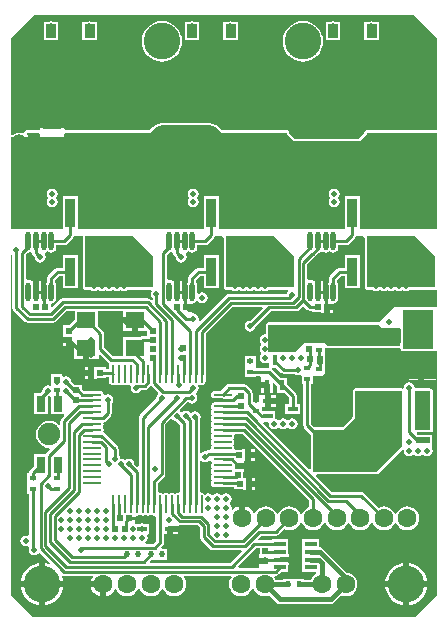
<source format=gbl>
G04 Layer_Physical_Order=4*
G04 Layer_Color=16711680*
%FSAX25Y25*%
%MOIN*%
G70*
G01*
G75*
%ADD12R,0.02047X0.02047*%
%ADD13R,0.02047X0.02047*%
%ADD26R,0.01772X0.02165*%
%ADD27R,0.02165X0.01772*%
%ADD40C,0.01500*%
%ADD42C,0.01000*%
%ADD43C,0.02000*%
%ADD45C,0.07480*%
%ADD46C,0.06300*%
%ADD47C,0.12205*%
%ADD48O,0.04724X0.07874*%
%ADD49C,0.02000*%
%ADD58R,0.03150X0.05512*%
%ADD59R,0.22047X0.09606*%
%ADD60R,0.03504X0.09606*%
%ADD61R,0.09055X0.09055*%
%ADD62R,0.03347X0.01575*%
%ADD63O,0.00984X0.06102*%
%ADD64O,0.06102X0.00984*%
%ADD65R,0.06300X0.05500*%
%ADD66O,0.01772X0.06299*%
%ADD67R,0.20866X0.05315*%
%ADD68R,0.03583X0.04803*%
%ADD69R,0.06102X0.09449*%
%ADD70R,0.07480X0.05315*%
%ADD71R,0.10630X0.04528*%
%ADD72R,0.04701X0.02205*%
%ADD73R,0.01772X0.03347*%
%ADD74R,0.03347X0.01772*%
%ADD75R,0.03937X0.01772*%
%ADD76R,0.12000X0.16000*%
G36*
X0622699Y0331500D02*
X0622699Y0321000D01*
X0600199Y0321000D01*
Y0338000D01*
X0616199Y0338000D01*
X0622699Y0331500D01*
D02*
G37*
G36*
X0575699D02*
X0575699Y0321000D01*
X0553199Y0321000D01*
Y0338000D01*
X0569199Y0338000D01*
X0575699Y0331500D01*
D02*
G37*
G36*
X0573658Y0245028D02*
X0573742Y0244972D01*
X0574246Y0244871D01*
X0574751Y0244972D01*
X0574835Y0245028D01*
X0575231Y0245231D01*
X0575626Y0245028D01*
X0575711Y0244972D01*
X0576215Y0244871D01*
X0576358Y0244900D01*
X0576858Y0244509D01*
Y0236533D01*
X0575833Y0235508D01*
X0573358D01*
X0573206Y0236008D01*
X0573497Y0236202D01*
X0573895Y0236798D01*
X0574034Y0237500D01*
X0573895Y0238202D01*
X0573754Y0238413D01*
X0574021Y0238913D01*
X0574546D01*
Y0242087D01*
X0573063D01*
X0572901Y0242196D01*
X0572199Y0242335D01*
X0571497Y0242196D01*
X0571335Y0242087D01*
X0570063D01*
X0569901Y0242196D01*
X0569798Y0242216D01*
Y0244463D01*
X0570297Y0244874D01*
X0570309Y0244871D01*
X0570814Y0244972D01*
X0570898Y0245028D01*
X0571294Y0245231D01*
X0571689Y0245028D01*
X0571774Y0244972D01*
X0572278Y0244871D01*
X0572782Y0244972D01*
X0572866Y0245028D01*
X0573262Y0245231D01*
X0573658Y0245028D01*
D02*
G37*
G36*
X0599383Y0337500D02*
Y0321000D01*
X0599445Y0320688D01*
X0599622Y0320423D01*
X0599887Y0320246D01*
X0600199Y0320184D01*
X0601928D01*
X0602497Y0319804D01*
X0603199Y0319665D01*
X0603901Y0319804D01*
X0604449Y0320170D01*
X0604997Y0319804D01*
X0605699Y0319665D01*
X0606401Y0319804D01*
X0606949Y0320170D01*
X0607497Y0319804D01*
X0608199Y0319665D01*
X0608901Y0319804D01*
X0609449Y0320170D01*
X0609997Y0319804D01*
X0610699Y0319665D01*
X0611401Y0319804D01*
X0611949Y0320170D01*
X0612497Y0319804D01*
X0613199Y0319665D01*
X0613901Y0319804D01*
X0614470Y0320184D01*
X0620648D01*
X0620826Y0319684D01*
X0620504Y0319202D01*
X0620429Y0318826D01*
X0600936D01*
X0600429Y0318725D01*
X0599999Y0318437D01*
X0591416Y0309854D01*
X0590955Y0310100D01*
X0591034Y0310500D01*
X0590895Y0311202D01*
X0590497Y0311798D01*
X0589901Y0312196D01*
X0589236Y0312328D01*
X0589192Y0312343D01*
X0588798Y0312765D01*
Y0313500D01*
X0586774D01*
Y0315500D01*
X0588798D01*
Y0315519D01*
X0588839Y0315553D01*
X0589496Y0315684D01*
X0590054Y0316056D01*
X0590226Y0316313D01*
X0590827D01*
X0590901Y0316202D01*
X0591497Y0315804D01*
X0592199Y0315665D01*
X0592901Y0315804D01*
X0593497Y0316202D01*
X0593895Y0316798D01*
X0594034Y0317500D01*
X0593895Y0318202D01*
X0593497Y0318798D01*
X0592901Y0319196D01*
X0592199Y0319335D01*
X0591497Y0319196D01*
X0591057Y0318902D01*
X0590557Y0319114D01*
Y0321799D01*
X0590427Y0322457D01*
X0590164Y0322850D01*
Y0323590D01*
X0591484Y0324911D01*
X0592672D01*
Y0320633D01*
X0597776D01*
Y0331839D01*
X0592672D01*
Y0327562D01*
X0590935D01*
X0590428Y0327461D01*
X0589998Y0327173D01*
X0587901Y0325077D01*
X0587614Y0324647D01*
X0587513Y0324139D01*
Y0323773D01*
X0587280Y0323649D01*
Y0322501D01*
X0587250Y0322457D01*
X0587119Y0321799D01*
Y0319535D01*
X0585280D01*
Y0323399D01*
X0585000Y0323212D01*
X0584721Y0323399D01*
Y0319535D01*
X0582880D01*
Y0321799D01*
X0582750Y0322457D01*
X0582721Y0322501D01*
Y0323399D01*
X0582361Y0323159D01*
X0582299Y0323066D01*
X0581819Y0323387D01*
X0581161Y0323518D01*
X0581001Y0323486D01*
X0580501Y0323897D01*
Y0331927D01*
X0581073Y0332500D01*
X0581161Y0332482D01*
X0581819Y0332613D01*
X0581895Y0332663D01*
X0582086Y0332621D01*
X0582423Y0332415D01*
X0582496Y0332046D01*
X0582783Y0331616D01*
X0583399Y0331001D01*
X0583529Y0330347D01*
X0583927Y0329752D01*
X0584522Y0329354D01*
X0585224Y0329214D01*
X0585927Y0329354D01*
X0586522Y0329752D01*
X0586920Y0330347D01*
X0587060Y0331050D01*
X0586920Y0331752D01*
X0586715Y0332059D01*
X0586937Y0332612D01*
X0586943Y0332617D01*
X0587168Y0332767D01*
X0587559Y0332955D01*
X0587950Y0332767D01*
X0588181Y0332613D01*
X0588839Y0332482D01*
X0589496Y0332613D01*
X0590054Y0332985D01*
X0590427Y0333543D01*
X0590557Y0334201D01*
Y0335139D01*
X0593164D01*
X0593671Y0335240D01*
X0594101Y0335527D01*
X0596162Y0337588D01*
X0596437Y0338000D01*
X0598883D01*
X0599383Y0337500D01*
D02*
G37*
G36*
X0552383Y0321000D02*
X0552446Y0320688D01*
X0552622Y0320423D01*
X0552887Y0320246D01*
X0553199Y0320184D01*
X0554928D01*
X0555497Y0319804D01*
X0556199Y0319665D01*
X0556901Y0319804D01*
X0557449Y0320170D01*
X0557997Y0319804D01*
X0558699Y0319665D01*
X0559401Y0319804D01*
X0559949Y0320170D01*
X0560497Y0319804D01*
X0561199Y0319665D01*
X0561901Y0319804D01*
X0562449Y0320170D01*
X0562997Y0319804D01*
X0563699Y0319665D01*
X0564401Y0319804D01*
X0564949Y0320170D01*
X0565497Y0319804D01*
X0566199Y0319665D01*
X0566901Y0319804D01*
X0567470Y0320184D01*
X0575134D01*
X0575401Y0319684D01*
X0575232Y0319431D01*
X0575092Y0318728D01*
X0575232Y0318026D01*
X0575602Y0317472D01*
Y0316888D01*
X0575140Y0316696D01*
X0574899Y0316937D01*
X0574469Y0317225D01*
X0573962Y0317325D01*
X0545699D01*
X0545192Y0317225D01*
X0544762Y0316937D01*
X0542260Y0314435D01*
X0541797Y0314626D01*
Y0315519D01*
X0541839Y0315553D01*
X0542496Y0315684D01*
X0543054Y0316056D01*
X0543427Y0316614D01*
X0543557Y0317272D01*
Y0321799D01*
X0543427Y0322457D01*
X0543164Y0322850D01*
Y0323590D01*
X0544484Y0324911D01*
X0545672D01*
Y0320633D01*
X0550776D01*
Y0331839D01*
X0545672D01*
Y0327562D01*
X0543935D01*
X0543428Y0327461D01*
X0542998Y0327173D01*
X0540901Y0325077D01*
X0540614Y0324647D01*
X0540513Y0324139D01*
Y0323773D01*
X0540279Y0323649D01*
Y0322501D01*
X0540250Y0322457D01*
X0540120Y0321799D01*
Y0319535D01*
X0538279D01*
Y0323399D01*
X0538000Y0323212D01*
X0537720Y0323399D01*
Y0319535D01*
X0535881D01*
Y0321799D01*
X0535750Y0322457D01*
X0535720Y0322501D01*
Y0323399D01*
X0535361Y0323159D01*
X0535299Y0323066D01*
X0534819Y0323387D01*
X0534161Y0323518D01*
X0534001Y0323486D01*
X0533501Y0323897D01*
Y0331958D01*
X0534048Y0332505D01*
X0534161Y0332482D01*
X0534819Y0332613D01*
X0534895Y0332663D01*
X0535086Y0332621D01*
X0535423Y0332415D01*
X0535496Y0332046D01*
X0535783Y0331616D01*
X0536399Y0331001D01*
X0536529Y0330347D01*
X0536927Y0329752D01*
X0537522Y0329354D01*
X0538224Y0329214D01*
X0538927Y0329354D01*
X0539522Y0329752D01*
X0539920Y0330347D01*
X0540060Y0331050D01*
X0539920Y0331752D01*
X0539715Y0332059D01*
X0539937Y0332612D01*
X0539943Y0332617D01*
X0540168Y0332767D01*
X0540559Y0332955D01*
X0540950Y0332767D01*
X0541181Y0332613D01*
X0541839Y0332482D01*
X0542496Y0332613D01*
X0543054Y0332985D01*
X0543427Y0333543D01*
X0543557Y0334201D01*
Y0335139D01*
X0546164D01*
X0546671Y0335240D01*
X0547101Y0335527D01*
X0549162Y0337588D01*
X0549437Y0338000D01*
X0552383D01*
Y0321000D01*
D02*
G37*
G36*
X0669699Y0331500D02*
X0669699Y0321000D01*
X0647199Y0321000D01*
Y0338000D01*
X0663199Y0338000D01*
X0669699Y0331500D01*
D02*
G37*
G36*
X0652199Y0307500D02*
X0658199D01*
Y0301500D01*
X0634199D01*
X0633199Y0302500D01*
X0633199Y0302500D01*
X0626199D01*
X0623199Y0299500D01*
X0623199Y0299500D01*
X0614199D01*
X0614199Y0308500D01*
X0651199D01*
X0651199Y0308500D01*
X0652199Y0307500D01*
D02*
G37*
G36*
X0627764Y0249977D02*
Y0247726D01*
X0627097Y0247450D01*
X0626272Y0246817D01*
X0625639Y0245992D01*
X0625410Y0245439D01*
X0624868D01*
X0624639Y0245992D01*
X0624006Y0246817D01*
X0623181Y0247450D01*
X0622220Y0247848D01*
X0621189Y0247984D01*
X0620158Y0247848D01*
X0619197Y0247450D01*
X0618372Y0246817D01*
X0617739Y0245992D01*
X0617523Y0245470D01*
X0616981D01*
X0616765Y0245992D01*
X0616132Y0246817D01*
X0615307Y0247450D01*
X0614346Y0247848D01*
X0613315Y0247984D01*
X0612284Y0247848D01*
X0611323Y0247450D01*
X0610498Y0246817D01*
X0609865Y0245992D01*
X0609757Y0245732D01*
X0609216D01*
X0609066Y0246093D01*
X0608401Y0246960D01*
X0607534Y0247625D01*
X0606524Y0248043D01*
X0606441Y0248054D01*
Y0244000D01*
X0604441D01*
Y0248054D01*
X0604358Y0248043D01*
X0603348Y0247625D01*
X0602481Y0246960D01*
X0602421Y0246882D01*
X0601954Y0247094D01*
X0602034Y0247500D01*
X0601895Y0248202D01*
X0601497Y0248798D01*
Y0249202D01*
X0601895Y0249798D01*
X0602034Y0250500D01*
X0601895Y0251202D01*
X0601497Y0251798D01*
X0600901Y0252196D01*
X0600199Y0252335D01*
X0599497Y0252196D01*
X0598901Y0251798D01*
X0598497D01*
X0597901Y0252196D01*
X0597199Y0252335D01*
X0596497Y0252196D01*
X0595901Y0251798D01*
X0595497D01*
X0594901Y0252196D01*
X0594199Y0252335D01*
X0593497Y0252196D01*
X0593100Y0251931D01*
X0592895Y0252239D01*
X0592467Y0252524D01*
X0591963Y0252625D01*
X0591820Y0252596D01*
X0591320Y0252987D01*
Y0263173D01*
X0591820Y0263324D01*
X0591901Y0263202D01*
X0592497Y0262804D01*
X0593199Y0262665D01*
X0593901Y0262804D01*
X0594449Y0263170D01*
X0594711Y0263128D01*
X0594985Y0263034D01*
X0594986Y0263028D01*
X0595316Y0262534D01*
X0595343Y0262398D01*
X0595175Y0262146D01*
X0595075Y0261642D01*
X0595175Y0261138D01*
X0595231Y0261053D01*
X0595434Y0260658D01*
X0595231Y0260262D01*
X0595175Y0260177D01*
X0595075Y0259673D01*
X0595175Y0259169D01*
X0595231Y0259085D01*
X0595434Y0258689D01*
X0595231Y0258293D01*
X0595175Y0258209D01*
X0595075Y0257705D01*
X0595175Y0257201D01*
X0595231Y0257116D01*
X0595434Y0256720D01*
X0595231Y0256325D01*
X0595175Y0256240D01*
X0595075Y0255736D01*
X0595175Y0255232D01*
X0595461Y0254805D01*
X0595888Y0254519D01*
X0596392Y0254419D01*
X0598911D01*
X0598951Y0254411D01*
X0602801D01*
Y0253676D01*
X0604566D01*
X0604624Y0253665D01*
X0604683Y0253676D01*
X0605750D01*
Y0253476D01*
X0606774D01*
Y0255500D01*
Y0257524D01*
X0605824D01*
Y0259551D01*
X0606024D01*
Y0260575D01*
X0604000D01*
Y0262575D01*
X0606024D01*
Y0262976D01*
X0606575D01*
Y0265000D01*
Y0267024D01*
X0605551D01*
Y0266824D01*
X0604252D01*
X0603847Y0266904D01*
X0603190D01*
X0602799Y0267404D01*
X0602828Y0267547D01*
X0602727Y0268051D01*
X0602671Y0268136D01*
X0602469Y0268531D01*
X0602671Y0268927D01*
X0602727Y0269012D01*
X0602828Y0269516D01*
X0602727Y0270020D01*
X0602671Y0270104D01*
X0602469Y0270500D01*
X0602671Y0270896D01*
X0602727Y0270980D01*
X0602828Y0271484D01*
X0602799Y0271627D01*
X0603190Y0272127D01*
X0605613D01*
X0627764Y0249977D01*
D02*
G37*
G36*
X0658650Y0286500D02*
Y0267951D01*
X0650199Y0259500D01*
X0629199D01*
Y0273500D01*
X0639199D01*
X0643199Y0277500D01*
Y0286500D01*
X0658650Y0286500D01*
D02*
G37*
G36*
X0668199Y0273500D02*
X0663199D01*
Y0286500D01*
X0668199D01*
Y0273500D01*
D02*
G37*
G36*
X0582234Y0276953D02*
X0582401Y0276702D01*
X0582997Y0276304D01*
X0583650Y0276174D01*
X0584732Y0275093D01*
Y0252987D01*
X0584232Y0252596D01*
X0584089Y0252625D01*
X0583585Y0252524D01*
X0583500Y0252468D01*
X0583105Y0252266D01*
X0582709Y0252468D01*
X0582624Y0252524D01*
X0582120Y0252625D01*
X0581616Y0252524D01*
X0581532Y0252468D01*
X0581136Y0252266D01*
X0580740Y0252468D01*
X0580656Y0252524D01*
X0580152Y0252625D01*
X0579648Y0252524D01*
X0579563Y0252468D01*
X0579168Y0252266D01*
X0578772Y0252468D01*
X0578687Y0252524D01*
X0578183Y0252625D01*
X0578040Y0252596D01*
X0577540Y0252987D01*
Y0255786D01*
X0579536Y0257783D01*
X0579824Y0258213D01*
X0579925Y0258720D01*
Y0275351D01*
X0581590Y0277016D01*
X0582234Y0276953D01*
D02*
G37*
G36*
X0669199Y0300500D02*
X0659199D01*
Y0313500D01*
X0669199D01*
Y0300500D01*
D02*
G37*
G36*
X0565699Y0311250D02*
X0569849D01*
Y0310250D01*
X0570849D01*
Y0306500D01*
X0573675D01*
Y0304751D01*
X0572524D01*
X0572017Y0304650D01*
X0571587Y0304362D01*
X0571525Y0304300D01*
X0565899D01*
Y0298225D01*
X0562348D01*
X0559525Y0301049D01*
Y0305600D01*
X0559424Y0306107D01*
X0559136Y0306537D01*
X0557499Y0308174D01*
Y0313074D01*
X0565699D01*
Y0311250D01*
D02*
G37*
G36*
X0646383Y0337500D02*
Y0321000D01*
X0646446Y0320688D01*
X0646622Y0320423D01*
X0646887Y0320246D01*
X0647199Y0320184D01*
X0648928D01*
X0649497Y0319804D01*
X0650199Y0319665D01*
X0650901Y0319804D01*
X0651449Y0320170D01*
X0651997Y0319804D01*
X0652699Y0319665D01*
X0653401Y0319804D01*
X0653949Y0320170D01*
X0654497Y0319804D01*
X0655199Y0319665D01*
X0655901Y0319804D01*
X0656449Y0320170D01*
X0656997Y0319804D01*
X0657699Y0319665D01*
X0658401Y0319804D01*
X0658949Y0320170D01*
X0659497Y0319804D01*
X0660199Y0319665D01*
X0660901Y0319804D01*
X0661470Y0320184D01*
X0669699D01*
X0670011Y0320246D01*
X0670078Y0320291D01*
X0670578Y0320043D01*
Y0314316D01*
X0656199D01*
X0651199Y0309316D01*
X0614199D01*
X0613887Y0309254D01*
X0613622Y0309077D01*
X0613446Y0308812D01*
X0613383Y0308500D01*
X0613383Y0305486D01*
X0613199Y0305335D01*
X0612497Y0305196D01*
X0611901Y0304798D01*
X0611504Y0304202D01*
X0611364Y0303500D01*
X0611504Y0302798D01*
X0611901Y0302202D01*
Y0301798D01*
X0611504Y0301202D01*
X0611364Y0300500D01*
X0611504Y0299798D01*
X0611901Y0299202D01*
Y0298798D01*
X0611504Y0298202D01*
X0611364Y0297500D01*
X0611504Y0296798D01*
X0611901Y0296202D01*
X0612497Y0295804D01*
X0613199Y0295665D01*
X0613901Y0295804D01*
X0614092Y0295932D01*
X0614592Y0295664D01*
Y0294536D01*
X0614482Y0294149D01*
X0614144Y0294054D01*
X0610435D01*
X0610082Y0294407D01*
X0610082Y0294914D01*
Y0297957D01*
X0608916D01*
X0608901Y0297967D01*
X0608199Y0298107D01*
X0607497Y0297967D01*
X0607482Y0297957D01*
X0606316D01*
Y0294914D01*
X0606316Y0294586D01*
X0606316Y0294086D01*
Y0291042D01*
X0610082D01*
Y0291403D01*
X0611551D01*
X0611833Y0291020D01*
Y0289347D01*
X0613719D01*
Y0288347D01*
X0614718D01*
Y0285673D01*
X0615604D01*
Y0289051D01*
X0616066Y0289242D01*
X0617151Y0288158D01*
Y0285873D01*
X0619435D01*
X0621027Y0284281D01*
Y0282186D01*
X0619879D01*
Y0278814D01*
X0624826D01*
Y0282186D01*
X0623678D01*
Y0284830D01*
X0623577Y0285338D01*
X0623290Y0285768D01*
X0620522Y0288535D01*
Y0290820D01*
X0618238D01*
X0615392Y0293666D01*
X0615370Y0293680D01*
X0615522Y0294180D01*
X0616719D01*
X0618337Y0292563D01*
X0618767Y0292275D01*
X0619274Y0292175D01*
X0622943D01*
X0623497Y0291804D01*
X0624199Y0291665D01*
X0624816Y0291788D01*
X0625316Y0291526D01*
Y0288814D01*
X0625874D01*
Y0274944D01*
X0625975Y0274437D01*
X0626262Y0274007D01*
X0628383Y0271885D01*
Y0269599D01*
X0628364Y0269500D01*
X0628383Y0269402D01*
Y0266599D01*
X0628364Y0266500D01*
X0628383Y0266402D01*
Y0263598D01*
X0628364Y0263500D01*
X0628383Y0263402D01*
Y0260601D01*
X0628377Y0260595D01*
X0628095Y0260447D01*
X0627874Y0260404D01*
X0612485Y0275793D01*
X0612676Y0276255D01*
X0614004D01*
X0614415Y0275755D01*
X0614364Y0275500D01*
X0614504Y0274798D01*
X0614901Y0274202D01*
X0615497Y0273804D01*
X0616199Y0273665D01*
X0616901Y0273804D01*
X0617361Y0274111D01*
X0617699Y0274168D01*
X0618037Y0274111D01*
X0618497Y0273804D01*
X0619199Y0273665D01*
X0619901Y0273804D01*
X0620361Y0274111D01*
X0620699Y0274168D01*
X0621037Y0274111D01*
X0621497Y0273804D01*
X0622199Y0273665D01*
X0622901Y0273804D01*
X0623497Y0274202D01*
X0623895Y0274798D01*
X0624034Y0275500D01*
X0623895Y0276202D01*
X0623497Y0276798D01*
X0622901Y0277196D01*
X0622199Y0277335D01*
X0621497Y0277196D01*
X0621037Y0276889D01*
X0620699Y0276832D01*
X0620361Y0276889D01*
X0619901Y0277196D01*
X0619199Y0277335D01*
X0618497Y0277196D01*
X0618037Y0276889D01*
X0617699Y0276832D01*
X0617361Y0276889D01*
X0616901Y0277196D01*
X0616519Y0277272D01*
Y0279627D01*
X0612175D01*
X0612082Y0279720D01*
Y0281173D01*
X0613046D01*
Y0283059D01*
Y0284945D01*
X0612282D01*
Y0285157D01*
X0611199D01*
Y0283272D01*
X0609199D01*
Y0285157D01*
X0609025D01*
Y0285753D01*
X0608924Y0286260D01*
X0608636Y0286690D01*
X0606889Y0288437D01*
X0606459Y0288725D01*
X0605952Y0288825D01*
X0601187D01*
X0600680Y0288725D01*
X0600250Y0288437D01*
X0598394Y0286581D01*
X0596392D01*
X0595888Y0286481D01*
X0595461Y0286195D01*
X0595175Y0285768D01*
X0595075Y0285264D01*
X0595175Y0284760D01*
X0595343Y0284507D01*
X0595316Y0284371D01*
X0595266Y0284295D01*
X0595515D01*
X0595888Y0284046D01*
X0596392Y0283946D01*
X0598911D01*
X0598951Y0283938D01*
Y0282652D01*
X0598911Y0282644D01*
X0596392D01*
X0595888Y0282544D01*
X0595515Y0282295D01*
X0595266D01*
X0595316Y0282220D01*
X0595343Y0282083D01*
X0595175Y0281831D01*
X0595075Y0281327D01*
X0595175Y0280823D01*
X0595231Y0280738D01*
X0595434Y0280343D01*
X0595231Y0279947D01*
X0595175Y0279862D01*
X0595075Y0279358D01*
X0595175Y0278854D01*
X0595231Y0278770D01*
X0595434Y0278374D01*
X0595231Y0277978D01*
X0595175Y0277894D01*
X0595075Y0277390D01*
X0595175Y0276886D01*
X0595231Y0276801D01*
X0595434Y0276406D01*
X0595231Y0276010D01*
X0595175Y0275925D01*
X0595075Y0275421D01*
X0595175Y0274917D01*
X0595231Y0274833D01*
X0595434Y0274437D01*
X0595231Y0274041D01*
X0595175Y0273957D01*
X0595075Y0273453D01*
X0595175Y0272949D01*
X0595231Y0272864D01*
X0595434Y0272468D01*
X0595231Y0272073D01*
X0595175Y0271988D01*
X0595075Y0271484D01*
X0595175Y0270980D01*
X0595231Y0270896D01*
X0595434Y0270500D01*
X0595231Y0270104D01*
X0595175Y0270020D01*
X0595075Y0269516D01*
X0595175Y0269012D01*
X0595231Y0268927D01*
X0595434Y0268531D01*
X0595231Y0268136D01*
X0595175Y0268051D01*
X0595075Y0267547D01*
X0595103Y0267404D01*
X0594712Y0266904D01*
X0594278D01*
X0593771Y0266803D01*
X0593341Y0266516D01*
X0593150Y0266325D01*
X0592497Y0266196D01*
X0591901Y0265798D01*
X0591820Y0265676D01*
X0591320Y0265827D01*
Y0276946D01*
X0591491Y0277202D01*
X0591631Y0277904D01*
X0591491Y0278606D01*
X0591093Y0279202D01*
X0590498Y0279599D01*
X0589795Y0279739D01*
X0589093Y0279599D01*
X0588498Y0279202D01*
X0588209D01*
X0587972Y0279314D01*
X0587401Y0279696D01*
X0586699Y0279835D01*
X0585997Y0279696D01*
X0585537Y0279389D01*
X0585199Y0279332D01*
X0584861Y0279389D01*
X0584746Y0279465D01*
X0584683Y0280109D01*
X0587248Y0282675D01*
X0587443D01*
X0587997Y0282304D01*
X0588699Y0282165D01*
X0589401Y0282304D01*
X0589997Y0282702D01*
X0590395Y0283298D01*
X0590534Y0284000D01*
X0590395Y0284702D01*
X0589997Y0285298D01*
X0589979Y0285310D01*
X0589954Y0285467D01*
X0590020Y0285884D01*
X0590497Y0286202D01*
X0590895Y0286798D01*
X0591034Y0287500D01*
X0590895Y0288202D01*
X0590836Y0288291D01*
X0591178Y0288633D01*
X0591374Y0288532D01*
X0591459Y0288476D01*
X0591963Y0288375D01*
X0592467Y0288476D01*
X0592895Y0288761D01*
X0593180Y0289189D01*
X0593280Y0289693D01*
Y0292212D01*
X0593288Y0292252D01*
Y0305715D01*
X0602148Y0314575D01*
X0612246D01*
X0612437Y0314113D01*
X0608150Y0309825D01*
X0607497Y0309696D01*
X0606901Y0309298D01*
X0606504Y0308702D01*
X0606364Y0308000D01*
X0606504Y0307298D01*
X0606901Y0306702D01*
X0607497Y0306304D01*
X0608199Y0306165D01*
X0608901Y0306304D01*
X0609497Y0306702D01*
X0609895Y0307298D01*
X0610025Y0307951D01*
X0615048Y0312975D01*
X0623474D01*
X0623981Y0313075D01*
X0624411Y0313363D01*
X0625899Y0314851D01*
X0627187Y0313563D01*
X0627618Y0313275D01*
X0628125Y0313175D01*
X0628801D01*
Y0312676D01*
X0631750D01*
Y0312476D01*
X0632774D01*
Y0314500D01*
X0633774D01*
Y0315500D01*
X0635798D01*
Y0315519D01*
X0635839Y0315553D01*
X0636496Y0315684D01*
X0637054Y0316056D01*
X0637427Y0316614D01*
X0637557Y0317272D01*
Y0321799D01*
X0637427Y0322457D01*
X0637164Y0322850D01*
Y0323590D01*
X0638484Y0324911D01*
X0639672D01*
Y0320633D01*
X0644776D01*
Y0331839D01*
X0639672D01*
Y0327562D01*
X0637935D01*
X0637428Y0327461D01*
X0636998Y0327173D01*
X0634901Y0325077D01*
X0634614Y0324647D01*
X0634513Y0324139D01*
Y0323773D01*
X0634279Y0323649D01*
Y0322501D01*
X0634250Y0322457D01*
X0634120Y0321799D01*
Y0319535D01*
X0632279D01*
Y0323399D01*
X0632000Y0323212D01*
X0631720Y0323399D01*
Y0319535D01*
X0629881D01*
Y0321799D01*
X0629750Y0322457D01*
X0629720Y0322501D01*
Y0323399D01*
X0629361Y0323159D01*
X0629299Y0323066D01*
X0628819Y0323387D01*
X0628161Y0323518D01*
X0627725Y0323431D01*
X0627225Y0323756D01*
Y0328651D01*
X0629711Y0331137D01*
X0629921Y0331278D01*
X0631226Y0332582D01*
X0631378Y0332613D01*
X0631609Y0332767D01*
X0632000Y0332955D01*
X0632391Y0332767D01*
X0632622Y0332613D01*
X0633280Y0332482D01*
X0633937Y0332613D01*
X0634168Y0332767D01*
X0634559Y0332955D01*
X0634950Y0332767D01*
X0635181Y0332613D01*
X0635839Y0332482D01*
X0636496Y0332613D01*
X0637054Y0332985D01*
X0637427Y0333543D01*
X0637557Y0334201D01*
Y0335139D01*
X0640164D01*
X0640671Y0335240D01*
X0641101Y0335527D01*
X0643162Y0337588D01*
X0643437Y0338000D01*
X0645883D01*
X0646383Y0337500D01*
D02*
G37*
G36*
X0579199Y0375000D02*
X0594199Y0375000D01*
X0594199Y0375000D01*
X0594692Y0375000D01*
X0595658Y0374808D01*
X0596567Y0374431D01*
X0597386Y0373884D01*
X0598083Y0373187D01*
X0598542Y0372500D01*
X0619912D01*
X0620384Y0372500D01*
X0620446Y0372188D01*
X0620622Y0371923D01*
X0620622Y0371923D01*
X0622622Y0369923D01*
X0622622Y0369923D01*
X0622887Y0369746D01*
X0623199Y0369684D01*
X0623199Y0369684D01*
X0644199D01*
X0644511Y0369746D01*
X0644776Y0369923D01*
X0644776Y0369923D01*
X0646776Y0371923D01*
X0646953Y0372188D01*
X0647015Y0372500D01*
X0647015Y0372500D01*
X0670578D01*
Y0352046D01*
X0670528Y0351567D01*
X0670528D01*
Y0340500D01*
X0644776D01*
Y0351367D01*
X0639672D01*
Y0340500D01*
X0597776D01*
Y0351367D01*
X0592672D01*
Y0340500D01*
X0550776D01*
Y0351367D01*
X0545672D01*
Y0340500D01*
X0528321D01*
Y0362992D01*
Y0363876D01*
Y0371000D01*
X0534248D01*
X0534136Y0371270D01*
X0533597Y0371973D01*
X0533527Y0372026D01*
X0533688Y0372500D01*
X0537762D01*
X0538148Y0372224D01*
X0538148Y0372000D01*
Y0371000D01*
X0546042D01*
X0546250Y0370791D01*
Y0372000D01*
X0546250Y0372224D01*
X0546636Y0372500D01*
X0574856D01*
X0575315Y0373187D01*
X0576012Y0373884D01*
X0576831Y0374431D01*
X0577741Y0374808D01*
X0578707Y0375000D01*
X0579199Y0375000D01*
D02*
G37*
G36*
X0670578Y0404035D02*
Y0373316D01*
X0647015D01*
X0646936Y0373300D01*
X0646856D01*
X0646808Y0373280D01*
X0646757Y0373274D01*
X0646731Y0373259D01*
X0646703Y0373254D01*
X0646636Y0373209D01*
X0646562Y0373178D01*
X0646525Y0373142D01*
X0646480Y0373116D01*
X0646462Y0373093D01*
X0646438Y0373077D01*
X0646393Y0373010D01*
X0646337Y0372953D01*
X0646317Y0372905D01*
X0646285Y0372865D01*
X0646278Y0372836D01*
X0646261Y0372812D01*
X0646246Y0372733D01*
X0646215Y0372659D01*
X0646199Y0372580D01*
Y0372500D01*
X0646142Y0372443D01*
X0646142Y0372443D01*
X0645199Y0371500D01*
D01*
X0644199Y0370500D01*
X0623199D01*
X0621199Y0372500D01*
Y0372580D01*
X0621183Y0372659D01*
X0621153Y0372733D01*
X0621137Y0372812D01*
X0621093Y0372879D01*
X0621062Y0372953D01*
X0621005Y0373010D01*
X0620960Y0373077D01*
X0620893Y0373121D01*
X0620837Y0373178D01*
X0620762Y0373209D01*
X0620696Y0373253D01*
X0620617Y0373269D01*
X0620543Y0373300D01*
X0620462D01*
X0620384Y0373316D01*
X0619913Y0373316D01*
X0619913Y0373316D01*
X0619912Y0373316D01*
X0598778D01*
X0598623Y0373548D01*
X0598568Y0373585D01*
X0598542Y0373647D01*
X0597846Y0374343D01*
X0597784Y0374368D01*
X0597747Y0374424D01*
X0596928Y0374971D01*
X0596863Y0374984D01*
X0596816Y0375031D01*
X0595906Y0375408D01*
X0595840D01*
X0595784Y0375445D01*
X0594818Y0375637D01*
X0594753Y0375624D01*
X0594692Y0375649D01*
X0594199Y0375649D01*
X0594199Y0375649D01*
X0579199Y0375649D01*
X0578707Y0375649D01*
X0578645Y0375624D01*
X0578580Y0375637D01*
X0577614Y0375445D01*
X0577559Y0375408D01*
X0577492D01*
X0576582Y0375031D01*
X0576535Y0374984D01*
X0576470Y0374971D01*
X0575651Y0374424D01*
X0575614Y0374369D01*
X0575553Y0374343D01*
X0574856Y0373647D01*
X0574831Y0373585D01*
X0574775Y0373548D01*
X0574620Y0373316D01*
X0546636D01*
X0546355Y0373564D01*
X0546297Y0373645D01*
X0546250Y0373750D01*
Y0374000D01*
X0538148D01*
Y0373750D01*
X0538101Y0373645D01*
X0538043Y0373564D01*
X0537762Y0373316D01*
X0533688D01*
X0533661Y0373310D01*
X0533634Y0373314D01*
X0533506Y0373280D01*
X0533376Y0373254D01*
X0533353Y0373238D01*
X0533327Y0373232D01*
X0533221Y0373151D01*
X0533111Y0373077D01*
X0533096Y0373054D01*
X0533074Y0373038D01*
X0533008Y0372923D01*
X0532934Y0372812D01*
X0532929Y0372786D01*
X0532915Y0372762D01*
X0532870Y0372630D01*
X0532304Y0372338D01*
X0532257Y0372343D01*
X0531972Y0372461D01*
X0531199Y0372563D01*
X0530426Y0372461D01*
X0529705Y0372162D01*
X0529086Y0371688D01*
X0529057Y0371649D01*
X0528321D01*
Y0393403D01*
X0528321D01*
Y0401652D01*
X0528321Y0401652D01*
Y0404035D01*
X0536164Y0411878D01*
X0662735D01*
X0670578Y0404035D01*
D02*
G37*
G36*
X0528874Y0331817D02*
Y0314237D01*
X0528974Y0313730D01*
X0529262Y0313300D01*
X0532999Y0309563D01*
X0533429Y0309275D01*
X0533936Y0309174D01*
X0542462D01*
X0542969Y0309275D01*
X0543399Y0309563D01*
X0546911Y0313074D01*
X0549599D01*
Y0310349D01*
X0547648Y0308398D01*
X0545876D01*
Y0305449D01*
X0545676D01*
Y0304425D01*
X0547699D01*
Y0303425D01*
X0548699D01*
Y0301402D01*
X0549399D01*
Y0297000D01*
X0552549D01*
Y0300750D01*
X0554549D01*
Y0297000D01*
X0557699D01*
Y0298472D01*
X0558161Y0298664D01*
X0560862Y0295963D01*
X0560992Y0295876D01*
X0561218Y0295315D01*
X0561118Y0294811D01*
Y0293826D01*
X0560023D01*
Y0294324D01*
X0558258D01*
X0558199Y0294335D01*
X0558141Y0294324D01*
X0557073D01*
Y0294524D01*
X0556049D01*
Y0292500D01*
Y0290476D01*
X0557073D01*
Y0290676D01*
X0558141D01*
X0558199Y0290665D01*
X0558258Y0290676D01*
X0560023D01*
Y0291175D01*
X0561118D01*
Y0289693D01*
X0561218Y0289189D01*
X0561504Y0288761D01*
X0561931Y0288476D01*
X0562435Y0288375D01*
X0562940Y0288476D01*
X0563024Y0288532D01*
X0563420Y0288734D01*
X0563815Y0288532D01*
X0563900Y0288476D01*
X0564404Y0288375D01*
X0564908Y0288476D01*
X0564993Y0288532D01*
X0565388Y0288734D01*
X0565784Y0288532D01*
X0565868Y0288476D01*
X0566372Y0288375D01*
X0566877Y0288476D01*
X0566961Y0288532D01*
X0567357Y0288734D01*
X0567752Y0288532D01*
X0567837Y0288476D01*
X0568077Y0288428D01*
X0568103Y0288414D01*
X0568426Y0287958D01*
X0568440Y0287885D01*
X0568364Y0287500D01*
X0568504Y0286798D01*
X0568901Y0286202D01*
X0569497Y0285804D01*
X0570199Y0285665D01*
X0570901Y0285804D01*
X0571497Y0286202D01*
X0571880Y0286775D01*
X0572937D01*
X0573445Y0286876D01*
X0573875Y0287163D01*
X0574805Y0288094D01*
X0575278Y0288047D01*
X0577498Y0285827D01*
X0577449Y0285329D01*
X0577401Y0285298D01*
X0577004Y0284702D01*
X0576874Y0284049D01*
X0571341Y0278516D01*
X0571053Y0278086D01*
X0570952Y0277579D01*
Y0261275D01*
X0570490Y0261083D01*
X0569525Y0262049D01*
X0569395Y0262702D01*
X0568997Y0263298D01*
X0568401Y0263696D01*
X0567699Y0263835D01*
X0566997Y0263696D01*
X0566401Y0263298D01*
X0566397D01*
X0565801Y0263696D01*
X0565099Y0263835D01*
X0564833Y0263782D01*
X0564695Y0264479D01*
X0564325Y0265033D01*
Y0267069D01*
X0564224Y0267576D01*
X0563936Y0268006D01*
X0559521Y0272422D01*
X0559487Y0272444D01*
X0559223Y0272949D01*
X0559324Y0273453D01*
X0559223Y0273957D01*
X0559167Y0274041D01*
X0558965Y0274437D01*
X0559167Y0274833D01*
X0559223Y0274917D01*
X0559324Y0275421D01*
X0559223Y0275925D01*
X0559593Y0276164D01*
X0559596Y0276165D01*
X0559596Y0276165D01*
X0560026Y0276452D01*
X0561636Y0278063D01*
X0561924Y0278493D01*
X0562025Y0279000D01*
Y0282244D01*
X0562395Y0282798D01*
X0562534Y0283500D01*
X0562395Y0284202D01*
X0561997Y0284798D01*
X0561401Y0285196D01*
X0560699Y0285335D01*
X0559997Y0285196D01*
X0559793Y0285059D01*
X0559562Y0285160D01*
X0559309Y0285337D01*
X0559223Y0285768D01*
X0558938Y0286195D01*
X0558510Y0286481D01*
X0558006Y0286581D01*
X0555488D01*
X0555447Y0286589D01*
X0552587D01*
X0552023Y0287154D01*
Y0288473D01*
X0549600D01*
X0548525Y0289549D01*
X0548395Y0290202D01*
X0547997Y0290798D01*
X0547401Y0291196D01*
X0546699Y0291335D01*
X0546082Y0291213D01*
X0545582Y0291474D01*
Y0291957D01*
X0541816D01*
Y0288586D01*
X0541816D01*
Y0288414D01*
X0541316Y0288212D01*
X0540699Y0288335D01*
X0539997Y0288196D01*
X0539401Y0287798D01*
X0539004Y0287202D01*
X0538874Y0286549D01*
X0538087Y0285762D01*
X0536010D01*
Y0278650D01*
X0540760D01*
Y0284614D01*
X0541223Y0284766D01*
X0541719Y0284461D01*
Y0278650D01*
X0545933D01*
X0546140Y0278150D01*
X0545299Y0277309D01*
X0545012Y0276879D01*
X0544911Y0276372D01*
Y0275364D01*
X0544411Y0275252D01*
X0543519Y0275936D01*
X0542414Y0276393D01*
X0541229Y0276549D01*
X0540044Y0276393D01*
X0538940Y0275936D01*
X0537991Y0275208D01*
X0537263Y0274260D01*
X0536806Y0273155D01*
X0536650Y0271970D01*
X0536806Y0270785D01*
X0537263Y0269680D01*
X0537991Y0268732D01*
X0538940Y0268004D01*
X0540044Y0267547D01*
X0541143Y0267402D01*
X0541408Y0266961D01*
X0540262Y0265814D01*
X0539974Y0265384D01*
X0539956Y0265290D01*
X0536010D01*
Y0261233D01*
X0534762Y0259985D01*
X0534475Y0259555D01*
X0534374Y0259048D01*
Y0258958D01*
X0533816D01*
Y0255586D01*
X0533816D01*
Y0255414D01*
X0533816D01*
Y0252043D01*
X0534374D01*
Y0238588D01*
X0533874Y0238246D01*
X0533427Y0238335D01*
X0532725Y0238196D01*
X0532130Y0237798D01*
X0531732Y0237202D01*
X0531592Y0236500D01*
X0531732Y0235798D01*
X0532130Y0235202D01*
X0532725Y0234804D01*
X0533427Y0234665D01*
X0533874Y0234753D01*
X0534374Y0234412D01*
Y0234000D01*
X0534418Y0233775D01*
X0534364Y0233500D01*
X0534504Y0232798D01*
X0534901Y0232202D01*
X0535497Y0231804D01*
X0536199Y0231665D01*
X0536901Y0231804D01*
X0537497Y0232202D01*
X0537624Y0232392D01*
X0538121Y0232441D01*
X0541453Y0229109D01*
X0541188Y0228667D01*
X0540091Y0229000D01*
X0539699Y0229038D01*
Y0223000D01*
X0545737D01*
X0545699Y0223392D01*
X0545311Y0224670D01*
X0545429Y0224826D01*
X0545705Y0225020D01*
X0546186Y0224924D01*
X0555637D01*
X0555858Y0224476D01*
X0555564Y0224093D01*
X0555146Y0223083D01*
X0555135Y0223000D01*
X0559189D01*
Y0222000D01*
X0560189D01*
Y0217946D01*
X0560272Y0217957D01*
X0561282Y0218375D01*
X0562149Y0219040D01*
X0562814Y0219907D01*
X0562964Y0220268D01*
X0563505D01*
X0563613Y0220008D01*
X0564246Y0219183D01*
X0565071Y0218550D01*
X0566032Y0218152D01*
X0567063Y0218016D01*
X0568094Y0218152D01*
X0569055Y0218550D01*
X0569880Y0219183D01*
X0570513Y0220008D01*
X0570729Y0220530D01*
X0571271D01*
X0571487Y0220008D01*
X0572120Y0219183D01*
X0572945Y0218550D01*
X0573906Y0218152D01*
X0574937Y0218016D01*
X0575968Y0218152D01*
X0576929Y0218550D01*
X0577754Y0219183D01*
X0578387Y0220008D01*
X0578616Y0220561D01*
X0579158D01*
X0579387Y0220008D01*
X0580020Y0219183D01*
X0580845Y0218550D01*
X0581806Y0218152D01*
X0582837Y0218016D01*
X0583868Y0218152D01*
X0584829Y0218550D01*
X0585654Y0219183D01*
X0586287Y0220008D01*
X0586685Y0220969D01*
X0586821Y0222000D01*
X0586685Y0223031D01*
X0586287Y0223992D01*
X0585955Y0224425D01*
X0586202Y0224924D01*
X0601698D01*
X0601944Y0224425D01*
X0601613Y0223992D01*
X0601215Y0223031D01*
X0601079Y0222000D01*
X0601215Y0220969D01*
X0601613Y0220008D01*
X0602246Y0219183D01*
X0603071Y0218550D01*
X0604032Y0218152D01*
X0605063Y0218016D01*
X0606094Y0218152D01*
X0607055Y0218550D01*
X0607880Y0219183D01*
X0608513Y0220008D01*
X0608729Y0220530D01*
X0609271D01*
X0609487Y0220008D01*
X0610120Y0219183D01*
X0610945Y0218550D01*
X0611906Y0218152D01*
X0612937Y0218016D01*
X0613968Y0218152D01*
X0614380Y0218322D01*
X0616819Y0215882D01*
X0617332Y0215540D01*
X0617937Y0215420D01*
X0634937D01*
X0635542Y0215540D01*
X0636055Y0215882D01*
X0638494Y0218322D01*
X0638906Y0218152D01*
X0639937Y0218016D01*
X0640968Y0218152D01*
X0641929Y0218550D01*
X0642754Y0219183D01*
X0643387Y0220008D01*
X0643785Y0220969D01*
X0643921Y0222000D01*
X0643785Y0223031D01*
X0643387Y0223992D01*
X0642754Y0224817D01*
X0641929Y0225450D01*
X0640968Y0225848D01*
X0640528Y0225906D01*
X0632537Y0233897D01*
X0632024Y0234240D01*
X0631420Y0234360D01*
X0631086D01*
Y0237024D01*
X0625549D01*
Y0233653D01*
Y0231094D01*
Y0228535D01*
Y0225976D01*
X0630032D01*
X0630132Y0225476D01*
X0630071Y0225450D01*
X0629246Y0224817D01*
X0628613Y0223992D01*
X0628442Y0223580D01*
X0626157D01*
Y0223883D01*
X0622785D01*
Y0223883D01*
X0622613D01*
Y0223883D01*
X0619242D01*
Y0223580D01*
X0616558D01*
X0616387Y0223992D01*
X0616055Y0224425D01*
X0616302Y0224924D01*
X0616670D01*
X0617177Y0225025D01*
X0617607Y0225313D01*
X0618270Y0225976D01*
X0620850D01*
Y0228335D01*
X0621049D01*
Y0229221D01*
X0620850D01*
Y0229347D01*
X0618081D01*
Y0231094D01*
X0620850D01*
Y0231221D01*
X0621049D01*
Y0232106D01*
X0620850D01*
Y0237024D01*
X0615312D01*
Y0236664D01*
X0610891D01*
X0610700Y0237126D01*
X0611748Y0238175D01*
X0616689D01*
X0617196Y0238275D01*
X0617626Y0238563D01*
X0619491Y0240428D01*
X0620158Y0240152D01*
X0621189Y0240016D01*
X0622220Y0240152D01*
X0623181Y0240550D01*
X0624006Y0241183D01*
X0624639Y0242008D01*
X0624868Y0242561D01*
X0625410D01*
X0625639Y0242008D01*
X0626272Y0241183D01*
X0627097Y0240550D01*
X0628058Y0240152D01*
X0629089Y0240016D01*
X0630120Y0240152D01*
X0631081Y0240550D01*
X0631906Y0241183D01*
X0632539Y0242008D01*
X0632768Y0242561D01*
X0633310D01*
X0633539Y0242008D01*
X0634172Y0241183D01*
X0634997Y0240550D01*
X0635958Y0240152D01*
X0636989Y0240016D01*
X0638020Y0240152D01*
X0638981Y0240550D01*
X0639806Y0241183D01*
X0640439Y0242008D01*
X0640629Y0242467D01*
X0641171D01*
X0641361Y0242008D01*
X0641994Y0241183D01*
X0642819Y0240550D01*
X0643780Y0240152D01*
X0644811Y0240016D01*
X0645842Y0240152D01*
X0646803Y0240550D01*
X0647628Y0241183D01*
X0648261Y0242008D01*
X0648477Y0242530D01*
X0649019D01*
X0649235Y0242008D01*
X0649868Y0241183D01*
X0650693Y0240550D01*
X0651654Y0240152D01*
X0652685Y0240016D01*
X0653716Y0240152D01*
X0654677Y0240550D01*
X0655502Y0241183D01*
X0656135Y0242008D01*
X0656352Y0242530D01*
X0656893D01*
X0657109Y0242008D01*
X0657742Y0241183D01*
X0658567Y0240550D01*
X0659528Y0240152D01*
X0660559Y0240016D01*
X0661590Y0240152D01*
X0662551Y0240550D01*
X0663376Y0241183D01*
X0664009Y0242008D01*
X0664407Y0242969D01*
X0664543Y0244000D01*
X0664407Y0245031D01*
X0664009Y0245992D01*
X0663376Y0246817D01*
X0662551Y0247450D01*
X0661590Y0247848D01*
X0660559Y0247984D01*
X0659528Y0247848D01*
X0658567Y0247450D01*
X0657742Y0246817D01*
X0657109Y0245992D01*
X0656893Y0245470D01*
X0656352D01*
X0656135Y0245992D01*
X0655502Y0246817D01*
X0654677Y0247450D01*
X0653716Y0247848D01*
X0652685Y0247984D01*
X0651654Y0247848D01*
X0650987Y0247572D01*
X0646122Y0252437D01*
X0645692Y0252725D01*
X0645185Y0252825D01*
X0635452D01*
X0630103Y0258175D01*
X0630147Y0258396D01*
X0630294Y0258678D01*
X0630301Y0258684D01*
X0633101D01*
X0633199Y0258665D01*
X0633298Y0258684D01*
X0636101D01*
X0636199Y0258665D01*
X0636298Y0258684D01*
X0639101D01*
X0639199Y0258665D01*
X0639298Y0258684D01*
X0650199D01*
X0650511Y0258746D01*
X0650776Y0258923D01*
X0650776Y0258923D01*
X0658979Y0267126D01*
X0659439Y0266880D01*
X0659364Y0266500D01*
X0659504Y0265798D01*
X0659901Y0265202D01*
X0660497Y0264804D01*
X0661199Y0264665D01*
X0661901Y0264804D01*
X0662361Y0265111D01*
X0662699Y0265168D01*
X0663037Y0265111D01*
X0663497Y0264804D01*
X0664199Y0264665D01*
X0664901Y0264804D01*
X0665361Y0265111D01*
X0665699Y0265168D01*
X0666037Y0265111D01*
X0666497Y0264804D01*
X0667199Y0264665D01*
X0667901Y0264804D01*
X0668497Y0265202D01*
X0668895Y0265798D01*
X0669034Y0266500D01*
X0668895Y0267202D01*
X0668631Y0267598D01*
X0668751Y0268098D01*
X0668751D01*
Y0271902D01*
X0663910D01*
X0663658Y0272221D01*
X0663861Y0272684D01*
X0668199D01*
X0668511Y0272746D01*
X0668776Y0272923D01*
X0668953Y0273188D01*
X0669015Y0273500D01*
Y0275401D01*
X0669034Y0275500D01*
X0669015Y0275599D01*
Y0278401D01*
X0669034Y0278500D01*
X0669015Y0278598D01*
Y0281401D01*
X0669034Y0281500D01*
X0669015Y0281598D01*
Y0284401D01*
X0669034Y0284500D01*
X0669015Y0284598D01*
Y0286500D01*
X0668953Y0286812D01*
X0668776Y0287077D01*
X0668511Y0287254D01*
X0668199Y0287316D01*
X0663508D01*
X0663129Y0287463D01*
X0662978Y0287782D01*
X0662895Y0288202D01*
X0662497Y0288798D01*
X0661901Y0289196D01*
X0661199Y0289335D01*
X0660497Y0289196D01*
X0659901Y0288798D01*
X0659504Y0288202D01*
X0659379Y0287576D01*
X0659123Y0287378D01*
X0658901Y0287266D01*
X0658650Y0287316D01*
X0643199Y0287316D01*
X0642887Y0287254D01*
X0642622Y0287077D01*
X0642446Y0286812D01*
X0642383Y0286500D01*
Y0277838D01*
X0642199Y0277654D01*
Y0277500D01*
X0639199Y0274500D01*
X0639046D01*
X0638861Y0274316D01*
X0636298D01*
X0636199Y0274335D01*
X0636101Y0274316D01*
X0633298D01*
X0633199Y0274335D01*
X0633101Y0274316D01*
X0630298D01*
X0630199Y0274335D01*
X0630101Y0274316D01*
X0629702D01*
X0629518Y0274500D01*
X0629199D01*
Y0274819D01*
X0628525Y0275493D01*
Y0288814D01*
X0629082D01*
X0629116Y0288329D01*
Y0288317D01*
X0629199D01*
Y0291500D01*
X0632199D01*
X0633082Y0292383D01*
Y0295145D01*
X0633083Y0295151D01*
X0633098D01*
Y0295224D01*
X0633182Y0295647D01*
X0633098Y0296070D01*
Y0298798D01*
X0633082D01*
Y0300811D01*
X0633544Y0301002D01*
X0633622Y0300923D01*
X0633887Y0300746D01*
X0634199Y0300684D01*
X0634199Y0300684D01*
X0658199D01*
X0658383Y0300533D01*
Y0300500D01*
X0658446Y0300188D01*
X0658622Y0299923D01*
X0658887Y0299746D01*
X0659199Y0299684D01*
X0670578D01*
Y0218465D01*
X0663235Y0211122D01*
X0535664D01*
X0528321Y0218465D01*
Y0331604D01*
X0528821Y0331856D01*
X0528874Y0331817D01*
D02*
G37*
G36*
X0584702Y0241671D02*
X0590653D01*
X0591274Y0241051D01*
Y0237837D01*
X0591374Y0237330D01*
X0591662Y0236900D01*
X0594699Y0233863D01*
X0595129Y0233575D01*
X0595636Y0233474D01*
X0605146D01*
X0605337Y0233013D01*
X0601500Y0229175D01*
X0574859D01*
X0574668Y0229637D01*
X0575148Y0230117D01*
X0576842D01*
Y0230117D01*
X0577013D01*
Y0230117D01*
X0580385D01*
Y0231283D01*
X0580395Y0231298D01*
X0580534Y0232000D01*
X0580395Y0232702D01*
X0580385Y0232717D01*
Y0233883D01*
X0578610D01*
X0578418Y0234345D01*
X0579121Y0235047D01*
X0579408Y0235477D01*
X0579509Y0235984D01*
Y0238713D01*
X0580325D01*
Y0240500D01*
X0581325D01*
Y0241500D01*
X0584207D01*
X0584498Y0241712D01*
X0584702Y0241671D01*
D02*
G37*
G36*
X0611376Y0233059D02*
X0611364Y0233000D01*
X0611376Y0232942D01*
Y0231949D01*
X0611175D01*
Y0230925D01*
X0613199D01*
Y0228925D01*
X0611175D01*
Y0227902D01*
X0610811Y0227575D01*
X0604302D01*
X0604111Y0228037D01*
X0610087Y0234013D01*
X0611376D01*
Y0233059D01*
D02*
G37*
%LPC*%
G36*
X0609797Y0257524D02*
X0608774D01*
Y0256500D01*
X0609797D01*
Y0257524D01*
D02*
G37*
G36*
Y0254500D02*
X0608774D01*
Y0253476D01*
X0609797D01*
Y0254500D01*
D02*
G37*
G36*
X0609598Y0267024D02*
X0608575D01*
Y0266000D01*
X0609598D01*
Y0267024D01*
D02*
G37*
G36*
Y0264000D02*
X0608575D01*
Y0262976D01*
X0609598D01*
Y0264000D01*
D02*
G37*
G36*
X0568849Y0309250D02*
X0565699D01*
Y0306500D01*
X0568849D01*
Y0309250D01*
D02*
G37*
G36*
X0612718Y0287347D02*
X0611833D01*
Y0285673D01*
X0612718D01*
Y0287347D01*
D02*
G37*
G36*
X0616719Y0282059D02*
X0615046D01*
Y0281173D01*
X0616719D01*
Y0282059D01*
D02*
G37*
G36*
Y0284945D02*
X0615046D01*
Y0284059D01*
X0616719D01*
Y0284945D01*
D02*
G37*
G36*
X0635798Y0313500D02*
X0634774D01*
Y0312476D01*
X0635798D01*
Y0313500D01*
D02*
G37*
G36*
X0589199Y0353835D02*
X0588497Y0353696D01*
X0587901Y0353298D01*
X0587504Y0352702D01*
X0587364Y0352000D01*
X0587504Y0351298D01*
X0587870Y0350750D01*
X0587504Y0350202D01*
X0587364Y0349500D01*
X0587504Y0348798D01*
X0587901Y0348202D01*
X0588497Y0347804D01*
X0589199Y0347665D01*
X0589901Y0347804D01*
X0590497Y0348202D01*
X0590895Y0348798D01*
X0591034Y0349500D01*
X0590895Y0350202D01*
X0590529Y0350750D01*
X0590895Y0351298D01*
X0591034Y0352000D01*
X0590895Y0352702D01*
X0590497Y0353298D01*
X0589901Y0353696D01*
X0589199Y0353835D01*
D02*
G37*
G36*
X0636199D02*
X0635497Y0353696D01*
X0634901Y0353298D01*
X0634504Y0352702D01*
X0634364Y0352000D01*
X0634504Y0351298D01*
X0634869Y0350750D01*
X0634504Y0350202D01*
X0634364Y0349500D01*
X0634504Y0348798D01*
X0634901Y0348202D01*
X0635497Y0347804D01*
X0636199Y0347665D01*
X0636901Y0347804D01*
X0637497Y0348202D01*
X0637895Y0348798D01*
X0638034Y0349500D01*
X0637895Y0350202D01*
X0637529Y0350750D01*
X0637895Y0351298D01*
X0638034Y0352000D01*
X0637895Y0352702D01*
X0637497Y0353298D01*
X0636901Y0353696D01*
X0636199Y0353835D01*
D02*
G37*
G36*
X0542199D02*
X0541497Y0353696D01*
X0540901Y0353298D01*
X0540504Y0352702D01*
X0540364Y0352000D01*
X0540504Y0351298D01*
X0540870Y0350750D01*
X0540504Y0350202D01*
X0540364Y0349500D01*
X0540504Y0348798D01*
X0540901Y0348202D01*
X0541497Y0347804D01*
X0542199Y0347665D01*
X0542901Y0347804D01*
X0543497Y0348202D01*
X0543895Y0348798D01*
X0544034Y0349500D01*
X0543895Y0350202D01*
X0543529Y0350750D01*
X0543895Y0351298D01*
X0544034Y0352000D01*
X0543895Y0352702D01*
X0543497Y0353298D01*
X0542901Y0353696D01*
X0542199Y0353835D01*
D02*
G37*
G36*
X0625699Y0409735D02*
X0624385Y0409605D01*
X0623122Y0409222D01*
X0621957Y0408600D01*
X0620937Y0407762D01*
X0620099Y0406742D01*
X0619477Y0405577D01*
X0619094Y0404314D01*
X0618964Y0403000D01*
X0619094Y0401686D01*
X0619477Y0400423D01*
X0620099Y0399258D01*
X0620937Y0398238D01*
X0621957Y0397400D01*
X0623122Y0396778D01*
X0624385Y0396395D01*
X0625699Y0396265D01*
X0627013Y0396395D01*
X0628276Y0396778D01*
X0629441Y0397400D01*
X0630461Y0398238D01*
X0631299Y0399258D01*
X0631921Y0400423D01*
X0632304Y0401686D01*
X0632434Y0403000D01*
X0632304Y0404314D01*
X0631921Y0405577D01*
X0631299Y0406742D01*
X0630461Y0407762D01*
X0629441Y0408600D01*
X0628276Y0409222D01*
X0627013Y0409605D01*
X0625699Y0409735D01*
D02*
G37*
G36*
X0541699Y0409631D02*
X0541075Y0409507D01*
X0541066Y0409502D01*
X0539371D01*
Y0403498D01*
X0541066D01*
X0541075Y0403493D01*
X0541699Y0403369D01*
X0542323Y0403493D01*
X0542332Y0403498D01*
X0544153D01*
Y0409502D01*
X0542332D01*
X0542323Y0409507D01*
X0541699Y0409631D01*
D02*
G37*
G36*
X0578699Y0409735D02*
X0577385Y0409605D01*
X0576122Y0409222D01*
X0574958Y0408600D01*
X0573937Y0407762D01*
X0573099Y0406742D01*
X0572477Y0405577D01*
X0572094Y0404314D01*
X0571964Y0403000D01*
X0572094Y0401686D01*
X0572477Y0400423D01*
X0573099Y0399258D01*
X0573937Y0398238D01*
X0574958Y0397400D01*
X0576122Y0396778D01*
X0577385Y0396395D01*
X0578699Y0396265D01*
X0580013Y0396395D01*
X0581276Y0396778D01*
X0582441Y0397400D01*
X0583461Y0398238D01*
X0584299Y0399258D01*
X0584921Y0400423D01*
X0585304Y0401686D01*
X0585434Y0403000D01*
X0585304Y0404314D01*
X0584921Y0405577D01*
X0584299Y0406742D01*
X0583461Y0407762D01*
X0582441Y0408600D01*
X0581276Y0409222D01*
X0580013Y0409605D01*
X0578699Y0409735D01*
D02*
G37*
G36*
X0635699Y0409631D02*
X0635075Y0409507D01*
X0635066Y0409502D01*
X0633371D01*
Y0403498D01*
X0635066D01*
X0635075Y0403493D01*
X0635699Y0403369D01*
X0636323Y0403493D01*
X0636332Y0403498D01*
X0638153D01*
Y0409502D01*
X0636332D01*
X0636323Y0409507D01*
X0635699Y0409631D01*
D02*
G37*
G36*
X0648573D02*
X0647949Y0409507D01*
X0647940Y0409502D01*
X0646245D01*
Y0403498D01*
X0647940D01*
X0647949Y0403493D01*
X0648573Y0403369D01*
X0649197Y0403493D01*
X0649206Y0403498D01*
X0651027D01*
Y0409502D01*
X0649206D01*
X0649197Y0409507D01*
X0648573Y0409631D01*
D02*
G37*
G36*
X0601573D02*
X0600949Y0409507D01*
X0600941Y0409502D01*
X0599245D01*
Y0403498D01*
X0600941D01*
X0600949Y0403493D01*
X0601573Y0403369D01*
X0602197Y0403493D01*
X0602206Y0403498D01*
X0604028D01*
Y0409502D01*
X0602206D01*
X0602197Y0409507D01*
X0601573Y0409631D01*
D02*
G37*
G36*
X0554573D02*
X0553949Y0409507D01*
X0553940Y0409502D01*
X0552245D01*
Y0403498D01*
X0553940D01*
X0553949Y0403493D01*
X0554573Y0403369D01*
X0555197Y0403493D01*
X0555206Y0403498D01*
X0557027D01*
Y0409502D01*
X0555206D01*
X0555197Y0409507D01*
X0554573Y0409631D01*
D02*
G37*
G36*
X0588699D02*
X0588075Y0409507D01*
X0588066Y0409502D01*
X0586371D01*
Y0403498D01*
X0588066D01*
X0588075Y0403493D01*
X0588699Y0403369D01*
X0589323Y0403493D01*
X0589332Y0403498D01*
X0591153D01*
Y0409502D01*
X0589332D01*
X0589323Y0409507D01*
X0588699Y0409631D01*
D02*
G37*
G36*
X0545737Y0221000D02*
X0539699D01*
Y0214962D01*
X0540091Y0215000D01*
X0541430Y0215406D01*
X0542664Y0216066D01*
X0543746Y0216954D01*
X0544633Y0218035D01*
X0545293Y0219269D01*
X0545699Y0220608D01*
X0545737Y0221000D01*
D02*
G37*
G36*
X0537699D02*
X0531661D01*
X0531700Y0220608D01*
X0532106Y0219269D01*
X0532765Y0218035D01*
X0533653Y0216954D01*
X0534734Y0216066D01*
X0535968Y0215406D01*
X0537307Y0215000D01*
X0537699Y0214962D01*
Y0221000D01*
D02*
G37*
G36*
X0659199Y0229038D02*
X0658807Y0229000D01*
X0657468Y0228593D01*
X0656234Y0227934D01*
X0655153Y0227046D01*
X0654265Y0225965D01*
X0653606Y0224731D01*
X0653199Y0223392D01*
X0653161Y0223000D01*
X0659199D01*
Y0229038D01*
D02*
G37*
G36*
X0661199D02*
Y0223000D01*
X0667237D01*
X0667199Y0223392D01*
X0666793Y0224731D01*
X0666133Y0225965D01*
X0665246Y0227046D01*
X0664164Y0227934D01*
X0662930Y0228593D01*
X0661591Y0229000D01*
X0661199Y0229038D01*
D02*
G37*
G36*
X0537699D02*
X0537307Y0229000D01*
X0535968Y0228593D01*
X0534734Y0227934D01*
X0533653Y0227046D01*
X0532765Y0225965D01*
X0532106Y0224731D01*
X0531700Y0223392D01*
X0531661Y0223000D01*
X0537699D01*
Y0229038D01*
D02*
G37*
G36*
X0659199Y0221000D02*
X0653161D01*
X0653199Y0220608D01*
X0653606Y0219269D01*
X0654265Y0218035D01*
X0655153Y0216954D01*
X0656234Y0216066D01*
X0657468Y0215406D01*
X0658807Y0215000D01*
X0659199Y0214962D01*
Y0221000D01*
D02*
G37*
G36*
X0667237D02*
X0661199D01*
Y0214962D01*
X0661591Y0215000D01*
X0662930Y0215406D01*
X0664164Y0216066D01*
X0665246Y0216954D01*
X0666133Y0218035D01*
X0666793Y0219269D01*
X0667199Y0220608D01*
X0667237Y0221000D01*
D02*
G37*
G36*
X0558189D02*
X0555135D01*
X0555146Y0220917D01*
X0555564Y0219907D01*
X0556229Y0219040D01*
X0557096Y0218375D01*
X0558106Y0217957D01*
X0558189Y0217946D01*
Y0221000D01*
D02*
G37*
G36*
X0664199Y0290500D02*
X0661199D01*
X0660943Y0290244D01*
X0664199D01*
Y0290500D01*
D02*
G37*
G36*
X0669939D02*
X0666199D01*
Y0290244D01*
X0669939D01*
Y0290500D01*
D02*
G37*
G36*
X0546699Y0302425D02*
X0545676D01*
Y0301402D01*
X0546699D01*
Y0302425D01*
D02*
G37*
G36*
X0554049Y0291500D02*
X0553026D01*
Y0290476D01*
X0554049D01*
Y0291500D01*
D02*
G37*
G36*
Y0294524D02*
X0553026D01*
Y0293500D01*
X0554049D01*
Y0294524D01*
D02*
G37*
G36*
X0583998Y0239500D02*
X0582325D01*
Y0238713D01*
X0583998D01*
Y0239500D01*
D02*
G37*
%LPD*%
D12*
X0585699Y0300650D02*
D03*
Y0297500D02*
D03*
X0575699Y0300575D02*
D03*
Y0297425D02*
D03*
X0604000Y0258425D02*
D03*
Y0261575D02*
D03*
X0547699Y0303425D02*
D03*
Y0306575D02*
D03*
X0575699Y0306575D02*
D03*
Y0303425D02*
D03*
X0550199Y0286650D02*
D03*
Y0283500D02*
D03*
X0605199Y0281500D02*
D03*
Y0284650D02*
D03*
X0613199Y0229925D02*
D03*
Y0233075D02*
D03*
X0627699Y0303549D02*
D03*
Y0300400D02*
D03*
D13*
X0633774Y0314500D02*
D03*
X0630624D02*
D03*
X0586774D02*
D03*
X0583624D02*
D03*
X0564624Y0244000D02*
D03*
X0567774D02*
D03*
X0539774Y0314500D02*
D03*
X0536624D02*
D03*
X0558199Y0292500D02*
D03*
X0555050D02*
D03*
X0563124Y0240500D02*
D03*
X0566274D02*
D03*
X0604624Y0255500D02*
D03*
X0607774D02*
D03*
X0607575Y0265000D02*
D03*
X0604425D02*
D03*
X0628124Y0296974D02*
D03*
X0631274D02*
D03*
D26*
X0578699Y0232000D02*
D03*
X0575156D02*
D03*
X0570742D02*
D03*
X0567199D02*
D03*
X0624471Y0222000D02*
D03*
X0620927D02*
D03*
D27*
X0543699Y0290272D02*
D03*
Y0286728D02*
D03*
Y0253728D02*
D03*
Y0257272D02*
D03*
X0535699Y0253728D02*
D03*
Y0257272D02*
D03*
X0627199Y0294043D02*
D03*
Y0290500D02*
D03*
X0631199Y0303746D02*
D03*
Y0300203D02*
D03*
Y0293746D02*
D03*
Y0290203D02*
D03*
X0608199Y0292728D02*
D03*
Y0296272D02*
D03*
X0610199Y0283272D02*
D03*
Y0279728D02*
D03*
D40*
X0612937Y0222000D02*
X0620927D01*
X0624471D02*
X0632063D01*
X0612937D02*
X0617937Y0217000D01*
X0634937D01*
X0639937Y0222000D01*
Y0224262D01*
X0631420Y0232780D02*
X0639937Y0224262D01*
X0628317Y0232780D02*
X0631420D01*
X0632063Y0222000D02*
Y0229136D01*
X0630979Y0230221D02*
X0632063Y0229136D01*
X0628317Y0230221D02*
X0630979D01*
D42*
X0585199Y0300500D02*
Y0300898D01*
X0572024Y0310250D02*
X0575699Y0306575D01*
X0585047Y0300075D02*
X0585500D01*
X0535699Y0259048D02*
X0538385Y0261734D01*
X0535699Y0257272D02*
Y0259048D01*
Y0257043D02*
Y0257272D01*
X0543699Y0282601D02*
X0544094Y0282206D01*
X0543699Y0282601D02*
Y0286728D01*
X0538345Y0284146D02*
X0540699Y0286500D01*
X0538345Y0282236D02*
Y0284146D01*
X0540599Y0254900D02*
X0541771Y0253728D01*
X0543699D01*
X0544094Y0257666D02*
Y0261734D01*
X0543699Y0257272D02*
X0544094Y0257666D01*
X0535699Y0234000D02*
Y0253728D01*
Y0234000D02*
X0536199Y0233500D01*
X0543099Y0236630D02*
Y0244875D01*
X0541499Y0235967D02*
Y0245537D01*
X0539899Y0234800D02*
Y0246200D01*
X0541499Y0245537D02*
X0549436Y0253474D01*
X0543099Y0244875D02*
X0551036Y0252812D01*
Y0271884D01*
X0549436Y0253474D02*
Y0272737D01*
X0539899Y0246200D02*
X0547836Y0254137D01*
Y0275709D01*
X0546670Y0286576D02*
X0549746Y0283500D01*
X0549549Y0286650D02*
X0550199D01*
X0546699Y0289500D02*
X0549549Y0286650D01*
X0546653Y0286576D02*
X0546670D01*
X0546653D02*
X0546699Y0286621D01*
X0541199Y0264877D02*
X0546236Y0269914D01*
X0541199Y0258500D02*
Y0264877D01*
X0538299Y0255600D02*
X0541199Y0258500D01*
X0538299Y0234137D02*
Y0255600D01*
X0554443Y0309356D02*
Y0310575D01*
X0576199Y0292268D02*
Y0297500D01*
X0534599Y0312100D02*
X0541799D01*
X0532199Y0314500D02*
X0534599Y0312100D01*
X0533936Y0310500D02*
X0542462D01*
X0530199Y0314237D02*
X0533936Y0310500D01*
X0636989Y0244000D02*
Y0244889D01*
X0606457Y0275421D02*
X0636989Y0244889D01*
X0629089Y0244000D02*
Y0250526D01*
X0606162Y0273453D02*
X0629089Y0250526D01*
X0606751Y0277390D02*
X0634241Y0249900D01*
X0634903Y0251500D02*
X0645185D01*
X0607045Y0279358D02*
X0634903Y0251500D01*
X0583699Y0278000D02*
X0586057Y0275642D01*
X0588026Y0248748D02*
Y0276673D01*
X0586699Y0278000D02*
X0588026Y0276673D01*
X0589994Y0248748D02*
Y0277705D01*
X0589795Y0277904D02*
X0589994Y0277705D01*
X0574246Y0248748D02*
Y0274547D01*
X0583699Y0284000D01*
X0572278Y0248748D02*
Y0277579D01*
X0578699Y0284000D01*
X0576215Y0248748D02*
Y0256336D01*
X0586057Y0248748D02*
Y0275642D01*
X0567699Y0262000D02*
X0570309Y0259390D01*
Y0248748D02*
Y0259390D01*
X0565099Y0261630D02*
X0568341Y0258388D01*
Y0248748D02*
Y0258388D01*
X0582120Y0245579D02*
X0584702Y0242997D01*
X0560199Y0262900D02*
Y0267606D01*
X0576215Y0288984D02*
X0579007Y0286192D01*
X0594278Y0265579D02*
X0598951D01*
X0585365Y0244597D02*
X0591865D01*
X0570199Y0287500D02*
X0570800Y0288101D01*
X0572937D01*
X0574246Y0289410D01*
Y0292252D01*
X0543935Y0326236D02*
X0548224D01*
X0608199Y0292728D02*
X0614455D01*
X0618837Y0288347D01*
X0622353Y0280500D02*
Y0284830D01*
X0618837Y0288347D02*
X0622353Y0284830D01*
X0611986Y0277941D02*
X0614046D01*
X0610199Y0279728D02*
X0611986Y0277941D01*
X0572278Y0292252D02*
Y0296421D01*
X0568899Y0299800D02*
X0572278Y0296421D01*
X0568899Y0299800D02*
X0569849Y0300750D01*
X0570099Y0301000D02*
X0572524Y0303425D01*
X0575699D01*
X0569849Y0310250D02*
X0572024D01*
X0550374Y0300750D02*
X0553549D01*
X0547699Y0303425D02*
X0550374Y0300750D01*
X0551374Y0310250D02*
X0553549D01*
X0547699Y0306575D02*
X0551374Y0310250D01*
X0555050Y0289650D02*
X0555199Y0289500D01*
X0555050Y0289650D02*
Y0292500D01*
X0562187D02*
X0562435Y0292252D01*
X0558199Y0292500D02*
X0562187D01*
X0560699Y0279000D02*
Y0283500D01*
X0559089Y0277390D02*
X0560699Y0279000D01*
X0555447Y0277390D02*
X0559089D01*
X0549746Y0283500D02*
X0550199D01*
X0550404Y0283295D01*
X0555447D01*
X0552038Y0285264D02*
X0555447D01*
X0550652Y0286650D02*
X0552038Y0285264D01*
X0550199Y0286650D02*
X0550652D01*
X0578183Y0235984D02*
Y0248748D01*
X0576382Y0234183D02*
X0578183Y0235984D01*
X0552382Y0234183D02*
X0576382D01*
X0584089Y0245873D02*
Y0248748D01*
Y0245873D02*
X0585365Y0244597D01*
X0584702Y0242997D02*
X0591202D01*
X0582120Y0245579D02*
Y0248748D01*
X0587892Y0286192D02*
X0589199Y0287500D01*
X0579007Y0286192D02*
X0587892D01*
X0584089Y0288610D02*
X0584407Y0288293D01*
X0584292Y0288500D02*
X0584499Y0288293D01*
X0584407D02*
X0584499D01*
X0584089Y0288610D02*
Y0292252D01*
X0586699Y0284000D02*
X0588699D01*
X0585199Y0297500D02*
X0585699D01*
X0586057Y0297142D01*
Y0292252D02*
Y0297142D01*
X0603847Y0265579D02*
X0604425Y0265000D01*
X0598951Y0265579D02*
X0603847D01*
X0586774Y0314500D02*
X0587774Y0313500D01*
X0589971D01*
X0586699Y0310500D02*
X0589199D01*
X0583624Y0313575D02*
X0586699Y0310500D01*
X0583624Y0313575D02*
Y0314500D01*
X0633280Y0314994D02*
X0633774Y0314500D01*
X0633280Y0314994D02*
Y0319535D01*
X0630721D02*
X0633280D01*
X0586279Y0314994D02*
X0586774Y0314500D01*
X0586279Y0314994D02*
Y0319535D01*
X0583720D02*
X0586279D01*
X0539280Y0314994D02*
Y0319535D01*
Y0314994D02*
X0539774Y0314500D01*
X0536721Y0319535D02*
X0539280D01*
X0635839Y0336465D02*
X0640164D01*
X0642224Y0338525D01*
Y0345764D01*
X0635839Y0319535D02*
Y0324139D01*
X0637935Y0326236D01*
X0642224D01*
X0588839Y0336465D02*
X0593164D01*
X0595224Y0338525D02*
Y0345764D01*
X0588839Y0319535D02*
Y0324139D01*
X0590935Y0326236D01*
X0595224D01*
X0541839Y0324139D02*
X0543935Y0326236D01*
X0541839Y0319535D02*
Y0324139D01*
X0548224Y0338525D02*
Y0345764D01*
X0546164Y0336465D02*
X0548224Y0338525D01*
X0541839Y0336465D02*
X0546164D01*
X0588026Y0292252D02*
Y0306462D01*
X0579176Y0315312D02*
X0588026Y0306462D01*
X0576928Y0315297D02*
Y0318728D01*
X0580152Y0292252D02*
Y0309810D01*
X0578183Y0292252D02*
Y0309516D01*
X0579176Y0315312D02*
Y0332476D01*
X0536721Y0332554D02*
X0538224Y0331050D01*
Y0331475D01*
X0536721Y0332554D02*
Y0336465D01*
X0583720Y0332554D02*
X0585224Y0331050D01*
Y0331475D01*
X0583720Y0332554D02*
Y0336465D01*
X0604388Y0255736D02*
X0604624Y0255500D01*
X0598951Y0255736D02*
X0604388D01*
X0598951Y0263610D02*
X0601965D01*
X0604000Y0261575D01*
X0603279Y0257705D02*
X0604000Y0258425D01*
X0598951Y0257705D02*
X0603279D01*
X0607699Y0282228D02*
X0610199Y0279728D01*
X0607699Y0282228D02*
Y0285753D01*
X0602494Y0283295D02*
X0603849Y0284650D01*
X0598951Y0283295D02*
X0602494D01*
X0603849Y0284650D02*
X0605199D01*
X0598951Y0281327D02*
X0605026D01*
X0605199Y0281500D01*
X0605952Y0287500D02*
X0607699Y0285753D01*
X0601187Y0287500D02*
X0605952D01*
X0598951Y0285264D02*
X0601187Y0287500D01*
X0564404Y0244220D02*
Y0248748D01*
Y0244220D02*
X0564624Y0244000D01*
X0562435Y0241189D02*
Y0248748D01*
Y0241189D02*
X0563124Y0240500D01*
X0575199Y0244000D02*
X0575699Y0243500D01*
X0567774Y0244000D02*
X0575199D01*
X0566748Y0242974D02*
X0567774Y0244000D01*
X0566748Y0240974D02*
Y0242974D01*
X0566274Y0240500D02*
X0566748Y0240974D01*
X0562999Y0263777D02*
Y0267069D01*
X0555447Y0271484D02*
X0558583D01*
X0558289Y0269516D02*
X0560199Y0267606D01*
X0555447Y0269516D02*
X0558289D01*
X0558583Y0271484D02*
X0562999Y0267069D01*
X0546236Y0276372D02*
X0551191Y0281327D01*
X0547836Y0275709D02*
X0551485Y0279358D01*
X0546236Y0269914D02*
Y0276372D01*
X0552120Y0275421D02*
X0555447D01*
X0549436Y0272737D02*
X0552120Y0275421D01*
X0552605Y0273453D02*
X0555447D01*
X0551036Y0271884D02*
X0552605Y0273453D01*
X0560199Y0262900D02*
X0560999Y0262100D01*
X0565099Y0261630D02*
Y0262000D01*
X0551485Y0279358D02*
X0555447D01*
X0551699Y0233500D02*
X0552382Y0234183D01*
X0548679Y0231050D02*
X0566249D01*
X0567199Y0232000D01*
X0548017Y0229450D02*
X0572606D01*
X0546186Y0226250D02*
X0616670D01*
X0551191Y0281327D02*
X0555447D01*
X0572606Y0229450D02*
X0575156Y0232000D01*
X0554443Y0309356D02*
X0558199Y0305600D01*
Y0300500D02*
Y0305600D01*
Y0300500D02*
X0561799Y0296900D01*
X0592599Y0237837D02*
X0595636Y0234800D01*
X0594199Y0238500D02*
X0596299Y0236400D01*
X0592599Y0237837D02*
Y0241600D01*
X0594199Y0238500D02*
Y0242263D01*
X0591202Y0242997D02*
X0592599Y0241600D01*
X0616689Y0239500D02*
X0621189Y0244000D01*
X0591865Y0244597D02*
X0594199Y0242263D01*
X0593199Y0264500D02*
X0594278Y0265579D01*
X0570309Y0292252D02*
Y0295390D01*
X0568799Y0296900D02*
X0570309Y0295390D01*
X0561799Y0296900D02*
X0568799D01*
X0576199Y0292268D02*
X0576215Y0292252D01*
Y0288984D02*
Y0292252D01*
X0631274Y0294594D02*
Y0296974D01*
X0631199Y0293746D02*
Y0294594D01*
X0623474Y0314300D02*
X0625899Y0316726D01*
X0628125Y0314500D01*
X0630624D01*
X0645185Y0251500D02*
X0652685Y0244000D01*
X0640099Y0249900D02*
X0644811Y0245188D01*
Y0244000D02*
Y0245188D01*
X0630721Y0333951D02*
Y0336465D01*
X0628984Y0332215D02*
X0630721Y0333951D01*
X0628914Y0332215D02*
X0628984D01*
X0625899Y0329200D02*
X0628914Y0332215D01*
X0625899Y0316967D02*
Y0329200D01*
X0536721Y0336465D02*
X0539280D01*
X0583720D02*
X0586279D01*
X0630721D02*
X0633280D01*
X0624299Y0330600D02*
X0628161Y0334462D01*
X0622569Y0315900D02*
X0624299Y0317630D01*
Y0330600D01*
X0621199Y0317500D02*
X0622199Y0318500D01*
X0576016Y0297317D02*
X0576199Y0297500D01*
X0628161Y0334462D02*
Y0336465D01*
X0581161Y0334462D02*
Y0336465D01*
X0579176Y0332476D02*
X0581161Y0334462D01*
X0534161Y0334492D02*
Y0336465D01*
X0532176Y0332507D02*
X0534161Y0334492D01*
X0530199Y0314237D02*
Y0333500D01*
X0532199Y0314500D02*
Y0316402D01*
X0532211Y0316414D01*
Y0316414D01*
X0532176Y0316449D02*
X0532211Y0316414D01*
X0532176Y0316449D02*
Y0332507D01*
X0631199Y0296974D02*
Y0300203D01*
X0661199Y0272650D02*
Y0287500D01*
X0629643Y0272500D02*
X0630199D01*
X0627199Y0274944D02*
X0629643Y0272500D01*
X0627199Y0274944D02*
Y0290500D01*
X0661199Y0272650D02*
X0663849Y0270000D01*
X0665601D01*
X0613199Y0233000D02*
X0613420Y0232780D01*
X0618081D01*
X0613420Y0230221D02*
X0618081D01*
X0613199Y0230000D02*
X0613420Y0230221D01*
X0616670Y0226250D02*
X0618081Y0227661D01*
X0611199Y0239500D02*
X0616689D01*
X0596299Y0236400D02*
X0605715D01*
X0613315Y0244000D01*
X0595636Y0234800D02*
X0606499D01*
X0611199Y0239500D01*
X0546849Y0227850D02*
X0602049D01*
X0609538Y0235339D01*
X0618081D01*
X0591963Y0292252D02*
Y0306264D01*
X0601599Y0315900D01*
X0622569D01*
X0589994Y0306558D02*
X0600936Y0317500D01*
X0589994Y0292252D02*
Y0306558D01*
X0600936Y0317500D02*
X0621199D01*
X0598951Y0273453D02*
X0606162D01*
X0598951Y0279358D02*
X0607045D01*
X0598951Y0277390D02*
X0606751D01*
X0598951Y0275421D02*
X0606457D01*
X0634241Y0249900D02*
X0640099D01*
X0543099Y0236630D02*
X0548679Y0231050D01*
X0541499Y0235967D02*
X0548017Y0229450D01*
X0539899Y0234800D02*
X0546849Y0227850D01*
X0538299Y0234137D02*
X0546186Y0226250D01*
X0536199Y0233500D02*
X0536299Y0233600D01*
X0608199Y0308000D02*
X0614499Y0314300D01*
X0623474D01*
X0593164Y0336465D02*
X0595224Y0338525D01*
X0627199Y0294043D02*
X0628124Y0294969D01*
Y0296974D01*
X0627699Y0300400D02*
X0628124Y0299974D01*
Y0296974D02*
Y0299974D01*
X0576215Y0256336D02*
X0578599Y0258720D01*
Y0275900D01*
X0586699Y0284000D01*
X0582120Y0292252D02*
Y0310104D01*
X0576928Y0315297D02*
X0582120Y0310104D01*
X0541799Y0312100D02*
X0545699Y0316000D01*
X0573962D01*
X0580152Y0309810D01*
X0542462Y0310500D02*
X0546362Y0314400D01*
X0573299D01*
X0578183Y0309516D01*
X0616199Y0296575D02*
X0616278Y0296654D01*
X0616199Y0296575D02*
X0619274Y0293500D01*
X0624199D01*
D43*
X0657618Y0296532D02*
Y0298468D01*
D45*
X0541229Y0271970D02*
D03*
D46*
X0660559Y0244000D02*
D03*
X0652685D02*
D03*
X0636989D02*
D03*
X0629089D02*
D03*
X0621189D02*
D03*
X0613315D02*
D03*
X0605441D02*
D03*
X0644811D02*
D03*
X0582837Y0222000D02*
D03*
X0574937D02*
D03*
X0567063D02*
D03*
X0559189D02*
D03*
X0612937D02*
D03*
X0605063D02*
D03*
X0632063D02*
D03*
X0639937D02*
D03*
D47*
X0538699D02*
D03*
X0660199D02*
D03*
X0625699Y0403000D02*
D03*
X0578699D02*
D03*
D48*
X0531199Y0397528D02*
D03*
Y0368000D02*
D03*
D49*
X0540699Y0286500D02*
D03*
X0532699Y0254500D02*
D03*
X0548199Y0246500D02*
D03*
X0545199Y0243500D02*
D03*
X0543699Y0289500D02*
D03*
X0546699D02*
D03*
X0546653Y0286576D02*
D03*
X0536699Y0323500D02*
D03*
X0633199D02*
D03*
X0586199D02*
D03*
X0534199Y0308000D02*
D03*
X0590199Y0234500D02*
D03*
X0587199D02*
D03*
X0584199D02*
D03*
X0581199D02*
D03*
X0576499Y0260500D02*
D03*
X0583699Y0264000D02*
D03*
X0648199Y0293500D02*
D03*
X0645199D02*
D03*
X0629199Y0342500D02*
D03*
Y0345000D02*
D03*
X0631699D02*
D03*
X0570199Y0287500D02*
D03*
X0539774Y0314500D02*
D03*
X0633199Y0260500D02*
D03*
X0630199D02*
D03*
X0556199Y0336500D02*
D03*
X0558699D02*
D03*
X0561199D02*
D03*
X0563699D02*
D03*
X0566199D02*
D03*
X0558699Y0334000D02*
D03*
X0561199D02*
D03*
X0563699D02*
D03*
X0566199D02*
D03*
Y0331500D02*
D03*
X0563699D02*
D03*
X0558699D02*
D03*
X0556199D02*
D03*
Y0329000D02*
D03*
Y0321500D02*
D03*
Y0324000D02*
D03*
X0558699Y0329000D02*
D03*
Y0326500D02*
D03*
Y0324000D02*
D03*
Y0321500D02*
D03*
X0561199D02*
D03*
X0563699D02*
D03*
X0566199D02*
D03*
Y0329000D02*
D03*
Y0326500D02*
D03*
Y0324000D02*
D03*
X0563699D02*
D03*
X0561199D02*
D03*
Y0326500D02*
D03*
X0563699Y0329000D02*
D03*
Y0326500D02*
D03*
X0556199D02*
D03*
X0561199Y0329000D02*
D03*
Y0331500D02*
D03*
X0556199Y0334000D02*
D03*
X0603199Y0336500D02*
D03*
X0605699D02*
D03*
X0608199D02*
D03*
X0610699D02*
D03*
X0613199D02*
D03*
X0605699Y0334000D02*
D03*
X0608199D02*
D03*
X0610699D02*
D03*
X0613199D02*
D03*
Y0331500D02*
D03*
X0610699D02*
D03*
X0605699D02*
D03*
X0603199D02*
D03*
Y0329000D02*
D03*
Y0321500D02*
D03*
Y0324000D02*
D03*
X0605699Y0329000D02*
D03*
Y0326500D02*
D03*
Y0324000D02*
D03*
Y0321500D02*
D03*
X0608199D02*
D03*
X0610699D02*
D03*
X0613199D02*
D03*
Y0329000D02*
D03*
Y0326500D02*
D03*
Y0324000D02*
D03*
X0610699D02*
D03*
X0608199D02*
D03*
Y0326500D02*
D03*
X0610699Y0329000D02*
D03*
Y0326500D02*
D03*
X0603199D02*
D03*
X0608199Y0329000D02*
D03*
Y0331500D02*
D03*
X0603199Y0334000D02*
D03*
X0608199Y0296272D02*
D03*
X0572199Y0309000D02*
D03*
X0569699D02*
D03*
X0567199D02*
D03*
X0575699Y0300575D02*
D03*
X0555199Y0303500D02*
D03*
Y0301000D02*
D03*
Y0298500D02*
D03*
Y0289500D02*
D03*
X0558199Y0292500D02*
D03*
X0560699Y0283500D02*
D03*
X0575699Y0237500D02*
D03*
X0581199Y0243500D02*
D03*
X0584499Y0288293D02*
D03*
X0589199Y0287500D02*
D03*
X0585199Y0300500D02*
D03*
Y0297500D02*
D03*
X0607575Y0265000D02*
D03*
X0633774Y0314500D02*
D03*
X0589971Y0313500D02*
D03*
X0589199Y0310500D02*
D03*
X0592199Y0317500D02*
D03*
X0536624Y0314500D02*
D03*
X0659699Y0347500D02*
D03*
X0657199D02*
D03*
X0654699D02*
D03*
X0652199D02*
D03*
X0649699D02*
D03*
X0659699Y0345000D02*
D03*
Y0342500D02*
D03*
X0612699Y0347500D02*
D03*
X0610199D02*
D03*
X0607699D02*
D03*
X0605199D02*
D03*
X0602699D02*
D03*
X0612699Y0345000D02*
D03*
Y0342500D02*
D03*
X0565699D02*
D03*
Y0345000D02*
D03*
X0555699Y0347500D02*
D03*
X0558199D02*
D03*
X0560699D02*
D03*
X0563199D02*
D03*
X0565699D02*
D03*
X0576928Y0318728D02*
D03*
X0650199Y0334000D02*
D03*
X0655199Y0331500D02*
D03*
Y0329000D02*
D03*
X0650199Y0326500D02*
D03*
X0657699D02*
D03*
Y0329000D02*
D03*
X0655199Y0326500D02*
D03*
Y0324000D02*
D03*
X0657699D02*
D03*
X0660199D02*
D03*
Y0326500D02*
D03*
Y0329000D02*
D03*
Y0321500D02*
D03*
X0657699D02*
D03*
X0655199D02*
D03*
X0652699D02*
D03*
Y0324000D02*
D03*
Y0326500D02*
D03*
Y0329000D02*
D03*
X0650199Y0324000D02*
D03*
Y0321500D02*
D03*
Y0329000D02*
D03*
Y0331500D02*
D03*
X0652699D02*
D03*
X0657699D02*
D03*
X0660199D02*
D03*
Y0334000D02*
D03*
X0657699D02*
D03*
X0655199D02*
D03*
X0652699D02*
D03*
X0660199Y0336500D02*
D03*
X0657699D02*
D03*
X0655199D02*
D03*
X0652699D02*
D03*
X0650199D02*
D03*
X0631699Y0342500D02*
D03*
X0634199D02*
D03*
Y0345000D02*
D03*
X0582199Y0342500D02*
D03*
X0584699D02*
D03*
X0587199D02*
D03*
Y0345000D02*
D03*
X0584699D02*
D03*
X0582199D02*
D03*
X0535199Y0342500D02*
D03*
X0537699D02*
D03*
X0540199D02*
D03*
Y0345000D02*
D03*
X0537699D02*
D03*
X0535199D02*
D03*
X0538224Y0331050D02*
D03*
X0585224D02*
D03*
X0600199Y0250500D02*
D03*
X0597199D02*
D03*
X0607774Y0255500D02*
D03*
X0604624D02*
D03*
X0604000Y0261575D02*
D03*
X0605199Y0281500D02*
D03*
Y0284650D02*
D03*
X0563199Y0240500D02*
D03*
X0581199D02*
D03*
X0575699Y0243500D02*
D03*
Y0240500D02*
D03*
X0581199Y0237500D02*
D03*
X0562999Y0263777D02*
D03*
X0567699Y0262000D02*
D03*
X0565099D02*
D03*
X0560999Y0262100D02*
D03*
X0540599Y0254900D02*
D03*
X0548199Y0240500D02*
D03*
Y0243500D02*
D03*
X0545199Y0240500D02*
D03*
X0551199Y0246500D02*
D03*
X0548199Y0237500D02*
D03*
X0551699Y0233500D02*
D03*
X0551199Y0243500D02*
D03*
X0554199Y0246500D02*
D03*
Y0243500D02*
D03*
X0557199D02*
D03*
Y0240500D02*
D03*
X0560199D02*
D03*
Y0237500D02*
D03*
X0567199Y0232000D02*
D03*
X0575156D02*
D03*
X0551199Y0237500D02*
D03*
Y0240500D02*
D03*
X0569199Y0237500D02*
D03*
X0566199D02*
D03*
X0572199D02*
D03*
X0590199Y0240500D02*
D03*
X0587199D02*
D03*
X0584199D02*
D03*
X0583699Y0278000D02*
D03*
X0586699D02*
D03*
X0589795Y0277904D02*
D03*
X0578699Y0284000D02*
D03*
X0622199Y0318500D02*
D03*
X0593199Y0264500D02*
D03*
X0588699Y0284000D02*
D03*
X0583699D02*
D03*
X0530199Y0333500D02*
D03*
X0654443Y0309500D02*
D03*
X0637199Y0303500D02*
D03*
Y0306500D02*
D03*
X0634199D02*
D03*
Y0303500D02*
D03*
X0631199D02*
D03*
Y0306500D02*
D03*
X0628199D02*
D03*
Y0303500D02*
D03*
X0631346Y0295647D02*
D03*
X0661199Y0269500D02*
D03*
Y0266500D02*
D03*
Y0287500D02*
D03*
X0625199Y0297500D02*
D03*
X0622199Y0300500D02*
D03*
X0616199Y0303500D02*
D03*
X0619199D02*
D03*
X0622199D02*
D03*
X0625199D02*
D03*
Y0306500D02*
D03*
X0622199D02*
D03*
X0619199D02*
D03*
X0616199D02*
D03*
X0667199Y0266500D02*
D03*
X0664199D02*
D03*
Y0275500D02*
D03*
X0667199D02*
D03*
Y0278500D02*
D03*
X0664199D02*
D03*
Y0281500D02*
D03*
X0667199D02*
D03*
Y0284500D02*
D03*
X0664199D02*
D03*
X0663199Y0302500D02*
D03*
X0660199D02*
D03*
Y0305500D02*
D03*
X0663199Y0308500D02*
D03*
X0660199D02*
D03*
X0666199Y0311500D02*
D03*
X0663199D02*
D03*
X0660199D02*
D03*
X0633199Y0287500D02*
D03*
X0642199Y0293500D02*
D03*
X0639199D02*
D03*
X0636199D02*
D03*
X0654199Y0290500D02*
D03*
X0651199D02*
D03*
X0648199D02*
D03*
X0645199D02*
D03*
X0642199D02*
D03*
X0639199D02*
D03*
X0636199D02*
D03*
X0633199D02*
D03*
X0630199Y0287500D02*
D03*
X0636199D02*
D03*
X0639199D02*
D03*
Y0284500D02*
D03*
X0636199D02*
D03*
X0633199D02*
D03*
X0630199D02*
D03*
X0636199Y0281500D02*
D03*
X0633199D02*
D03*
X0630199D02*
D03*
X0639199D02*
D03*
Y0278500D02*
D03*
X0636199D02*
D03*
X0633199D02*
D03*
X0630199D02*
D03*
X0636199Y0275500D02*
D03*
X0633199D02*
D03*
X0630199D02*
D03*
X0657199Y0284574D02*
D03*
X0630199Y0263500D02*
D03*
X0633199D02*
D03*
X0636199Y0263642D02*
D03*
X0639199Y0266500D02*
D03*
X0636199D02*
D03*
X0633199D02*
D03*
X0630199D02*
D03*
Y0269500D02*
D03*
X0633199D02*
D03*
X0636199D02*
D03*
X0639199D02*
D03*
X0630199Y0272500D02*
D03*
X0633199D02*
D03*
X0639199D02*
D03*
X0636199D02*
D03*
X0639199Y0263500D02*
D03*
Y0260500D02*
D03*
X0636199D02*
D03*
X0590199Y0237500D02*
D03*
X0587199D02*
D03*
X0584199D02*
D03*
X0557199Y0246500D02*
D03*
X0560199D02*
D03*
Y0243500D02*
D03*
X0572199Y0240500D02*
D03*
X0569199D02*
D03*
X0563199Y0237500D02*
D03*
X0554199Y0240500D02*
D03*
Y0237500D02*
D03*
X0557199D02*
D03*
X0600199Y0247500D02*
D03*
X0597199D02*
D03*
Y0241500D02*
D03*
Y0238500D02*
D03*
X0600199D02*
D03*
Y0241500D02*
D03*
Y0244500D02*
D03*
X0597199D02*
D03*
X0627471Y0362000D02*
D03*
X0533471D02*
D03*
X0640955Y0354000D02*
D03*
X0593955D02*
D03*
X0580471Y0362000D02*
D03*
X0653231Y0299468D02*
D03*
X0657168D02*
D03*
X0653231Y0295532D02*
D03*
X0657168D02*
D03*
X0546756Y0354000D02*
D03*
X0613199Y0233000D02*
D03*
Y0230000D02*
D03*
X0541699Y0405000D02*
D03*
Y0408000D02*
D03*
X0588699D02*
D03*
Y0405000D02*
D03*
X0635699Y0408000D02*
D03*
Y0405000D02*
D03*
X0554573Y0408000D02*
D03*
Y0405000D02*
D03*
X0601573Y0408000D02*
D03*
Y0405000D02*
D03*
X0648573Y0408000D02*
D03*
Y0405000D02*
D03*
X0624199Y0367500D02*
D03*
X0626699D02*
D03*
X0624199Y0365000D02*
D03*
X0626699D02*
D03*
X0579699D02*
D03*
X0577199D02*
D03*
X0579699Y0367500D02*
D03*
X0577199D02*
D03*
Y0370000D02*
D03*
X0579699D02*
D03*
X0589199Y0349500D02*
D03*
X0636199D02*
D03*
Y0352000D02*
D03*
X0542199Y0349500D02*
D03*
Y0352000D02*
D03*
X0575699Y0385500D02*
D03*
X0585699Y0388000D02*
D03*
X0583199D02*
D03*
X0580699D02*
D03*
X0578199D02*
D03*
X0575699D02*
D03*
X0573199D02*
D03*
X0570699D02*
D03*
X0585699Y0385500D02*
D03*
X0583199D02*
D03*
X0580699D02*
D03*
X0578199D02*
D03*
X0573199D02*
D03*
X0570699D02*
D03*
Y0383000D02*
D03*
X0573199D02*
D03*
X0575699D02*
D03*
X0578199D02*
D03*
X0580699D02*
D03*
X0583199D02*
D03*
X0585699D02*
D03*
Y0380500D02*
D03*
X0583199D02*
D03*
X0580699D02*
D03*
X0578199D02*
D03*
X0575699D02*
D03*
X0573199D02*
D03*
X0570699D02*
D03*
Y0378000D02*
D03*
X0585699D02*
D03*
X0573199D02*
D03*
X0575699D02*
D03*
X0583199D02*
D03*
X0580699D02*
D03*
X0578199D02*
D03*
X0625199Y0383000D02*
D03*
X0632699Y0388000D02*
D03*
X0622699Y0385500D02*
D03*
X0630199Y0388000D02*
D03*
X0627699D02*
D03*
X0625199D02*
D03*
X0622699D02*
D03*
X0620199D02*
D03*
X0617699D02*
D03*
X0632699Y0385500D02*
D03*
X0630199D02*
D03*
X0627699D02*
D03*
X0625199D02*
D03*
X0620199D02*
D03*
X0617699D02*
D03*
Y0383000D02*
D03*
X0620199D02*
D03*
X0622699D02*
D03*
X0627699D02*
D03*
X0630199D02*
D03*
X0632699D02*
D03*
Y0380500D02*
D03*
X0630199D02*
D03*
X0627699D02*
D03*
X0625199D02*
D03*
X0622699D02*
D03*
X0620199D02*
D03*
X0617699D02*
D03*
Y0378000D02*
D03*
Y0375500D02*
D03*
X0632699Y0378000D02*
D03*
Y0375500D02*
D03*
X0620199D02*
D03*
Y0378000D02*
D03*
X0622699D02*
D03*
Y0375500D02*
D03*
X0630199Y0378000D02*
D03*
Y0375500D02*
D03*
X0627699Y0378000D02*
D03*
Y0375500D02*
D03*
X0625199Y0378000D02*
D03*
Y0375500D02*
D03*
X0578199Y0390500D02*
D03*
X0580699D02*
D03*
X0583199D02*
D03*
X0585699D02*
D03*
X0575699D02*
D03*
X0573199D02*
D03*
X0570699D02*
D03*
X0617699D02*
D03*
X0620199D02*
D03*
X0622699D02*
D03*
X0625199D02*
D03*
X0630199D02*
D03*
X0632699D02*
D03*
X0627699D02*
D03*
X0577199Y0372500D02*
D03*
X0579699D02*
D03*
X0531699Y0390500D02*
D03*
Y0388000D02*
D03*
Y0385500D02*
D03*
Y0383000D02*
D03*
Y0378000D02*
D03*
Y0375500D02*
D03*
Y0380500D02*
D03*
X0536699Y0388000D02*
D03*
Y0380500D02*
D03*
X0534199D02*
D03*
Y0375500D02*
D03*
X0536699D02*
D03*
X0539199D02*
D03*
Y0378000D02*
D03*
X0536699D02*
D03*
X0534199D02*
D03*
X0539199Y0380500D02*
D03*
X0534199Y0383000D02*
D03*
X0536699D02*
D03*
X0539199D02*
D03*
Y0385500D02*
D03*
X0536699D02*
D03*
X0534199D02*
D03*
X0539199Y0388000D02*
D03*
X0534199D02*
D03*
Y0390500D02*
D03*
X0536699D02*
D03*
X0539199D02*
D03*
X0632699Y0373000D02*
D03*
X0630199D02*
D03*
X0627699D02*
D03*
X0625199D02*
D03*
X0622699D02*
D03*
X0570699Y0375500D02*
D03*
X0573199D02*
D03*
X0534199Y0299000D02*
D03*
Y0288200D02*
D03*
X0533427Y0236500D02*
D03*
X0660699Y0252500D02*
D03*
X0594199Y0221000D02*
D03*
X0596699Y0304500D02*
D03*
X0610199Y0283272D02*
D03*
X0613719Y0288437D02*
D03*
X0614046Y0283059D02*
D03*
X0536199Y0233500D02*
D03*
X0594199Y0247500D02*
D03*
Y0250500D02*
D03*
X0570742Y0232000D02*
D03*
X0578699D02*
D03*
X0608199Y0308000D02*
D03*
X0668699Y0390500D02*
D03*
X0666199D02*
D03*
Y0388000D02*
D03*
Y0385500D02*
D03*
X0668699D02*
D03*
Y0383000D02*
D03*
X0666199D02*
D03*
Y0378000D02*
D03*
X0668699D02*
D03*
Y0375500D02*
D03*
X0666199D02*
D03*
Y0380500D02*
D03*
X0668699D02*
D03*
Y0388000D02*
D03*
X0663699Y0380500D02*
D03*
Y0375500D02*
D03*
Y0378000D02*
D03*
Y0383000D02*
D03*
Y0385500D02*
D03*
Y0388000D02*
D03*
Y0390500D02*
D03*
X0580699Y0264000D02*
D03*
Y0261376D02*
D03*
X0619199Y0300500D02*
D03*
X0616199D02*
D03*
X0619199Y0297500D02*
D03*
X0622199D02*
D03*
X0624199Y0293500D02*
D03*
X0613199Y0303500D02*
D03*
Y0300500D02*
D03*
Y0297500D02*
D03*
X0622199Y0275500D02*
D03*
X0619199D02*
D03*
X0616199D02*
D03*
X0589199Y0352000D02*
D03*
D58*
X0538385Y0282206D02*
D03*
X0544094D02*
D03*
X0538385Y0261734D02*
D03*
X0544094D02*
D03*
D59*
X0564504Y0326236D02*
D03*
Y0345764D02*
D03*
X0658504D02*
D03*
Y0326236D02*
D03*
X0611504Y0345764D02*
D03*
Y0326236D02*
D03*
D60*
X0548224Y0345764D02*
D03*
Y0326236D02*
D03*
X0642224D02*
D03*
Y0345764D02*
D03*
X0595224Y0326236D02*
D03*
Y0345764D02*
D03*
D61*
X0635199Y0264642D02*
D03*
Y0282358D02*
D03*
D62*
X0572073Y0240500D02*
D03*
X0581325D02*
D03*
D63*
X0562435Y0292252D02*
D03*
X0564404D02*
D03*
X0566372D02*
D03*
X0568341D02*
D03*
X0570309D02*
D03*
X0572278D02*
D03*
X0574246D02*
D03*
X0576215D02*
D03*
X0578183D02*
D03*
X0580152D02*
D03*
X0582120D02*
D03*
X0584089D02*
D03*
X0586057D02*
D03*
X0588026D02*
D03*
X0589994D02*
D03*
X0591963D02*
D03*
Y0248748D02*
D03*
X0589994D02*
D03*
X0588026D02*
D03*
X0586057D02*
D03*
X0584089D02*
D03*
X0582120D02*
D03*
X0580152D02*
D03*
X0578183D02*
D03*
X0576215D02*
D03*
X0574246D02*
D03*
X0572278D02*
D03*
X0570309D02*
D03*
X0568341D02*
D03*
X0566372D02*
D03*
X0564404D02*
D03*
X0562435D02*
D03*
D64*
X0598951Y0285264D02*
D03*
Y0283295D02*
D03*
Y0281327D02*
D03*
Y0279358D02*
D03*
Y0277390D02*
D03*
Y0275421D02*
D03*
Y0273453D02*
D03*
Y0271484D02*
D03*
Y0269516D02*
D03*
Y0267547D02*
D03*
Y0265579D02*
D03*
Y0263610D02*
D03*
Y0261642D02*
D03*
Y0259673D02*
D03*
Y0257705D02*
D03*
Y0255736D02*
D03*
X0555447D02*
D03*
Y0257705D02*
D03*
Y0259673D02*
D03*
Y0261642D02*
D03*
Y0263610D02*
D03*
Y0265579D02*
D03*
Y0267547D02*
D03*
Y0269516D02*
D03*
Y0271484D02*
D03*
Y0273453D02*
D03*
Y0275421D02*
D03*
Y0277390D02*
D03*
Y0279358D02*
D03*
Y0281327D02*
D03*
Y0283295D02*
D03*
Y0285264D02*
D03*
D65*
X0553549Y0300750D02*
D03*
X0569849D02*
D03*
Y0310250D02*
D03*
X0553549D02*
D03*
D66*
X0628161Y0336465D02*
D03*
X0630721D02*
D03*
X0633280D02*
D03*
X0635839D02*
D03*
X0628161Y0319535D02*
D03*
X0630721D02*
D03*
X0633280D02*
D03*
X0635839D02*
D03*
X0534161Y0336465D02*
D03*
X0536721D02*
D03*
X0539280D02*
D03*
X0541839D02*
D03*
X0534161Y0319535D02*
D03*
X0536721D02*
D03*
X0539280D02*
D03*
X0541839D02*
D03*
X0581161Y0336465D02*
D03*
X0583720D02*
D03*
X0586279D02*
D03*
X0588839D02*
D03*
X0581161Y0319535D02*
D03*
X0583720D02*
D03*
X0586279D02*
D03*
X0588839D02*
D03*
D67*
X0657199Y0361559D02*
D03*
Y0381441D02*
D03*
X0610199Y0361559D02*
D03*
Y0381441D02*
D03*
X0563199Y0361618D02*
D03*
Y0381500D02*
D03*
D68*
X0541762Y0406500D02*
D03*
X0554636D02*
D03*
X0588762D02*
D03*
X0601636D02*
D03*
X0635762D02*
D03*
X0648636D02*
D03*
D69*
X0542199Y0378508D02*
D03*
Y0366500D02*
D03*
D70*
X0665199Y0293902D02*
D03*
Y0306500D02*
D03*
D71*
X0653199Y0304906D02*
D03*
Y0293094D02*
D03*
X0640699Y0304906D02*
D03*
Y0293094D02*
D03*
D72*
X0645699Y0270000D02*
D03*
Y0275000D02*
D03*
Y0280000D02*
D03*
Y0285000D02*
D03*
X0665601Y0270000D02*
D03*
Y0275000D02*
D03*
Y0280000D02*
D03*
Y0285000D02*
D03*
D73*
X0616278Y0296654D02*
D03*
X0613719Y0288347D02*
D03*
X0618837D02*
D03*
D74*
X0622353Y0280500D02*
D03*
X0614046Y0283059D02*
D03*
Y0277941D02*
D03*
D75*
X0618081Y0235339D02*
D03*
X0628317D02*
D03*
Y0227661D02*
D03*
Y0230221D02*
D03*
Y0232780D02*
D03*
X0618081D02*
D03*
Y0230221D02*
D03*
Y0227661D02*
D03*
D76*
X0652650Y0277500D02*
D03*
M02*

</source>
